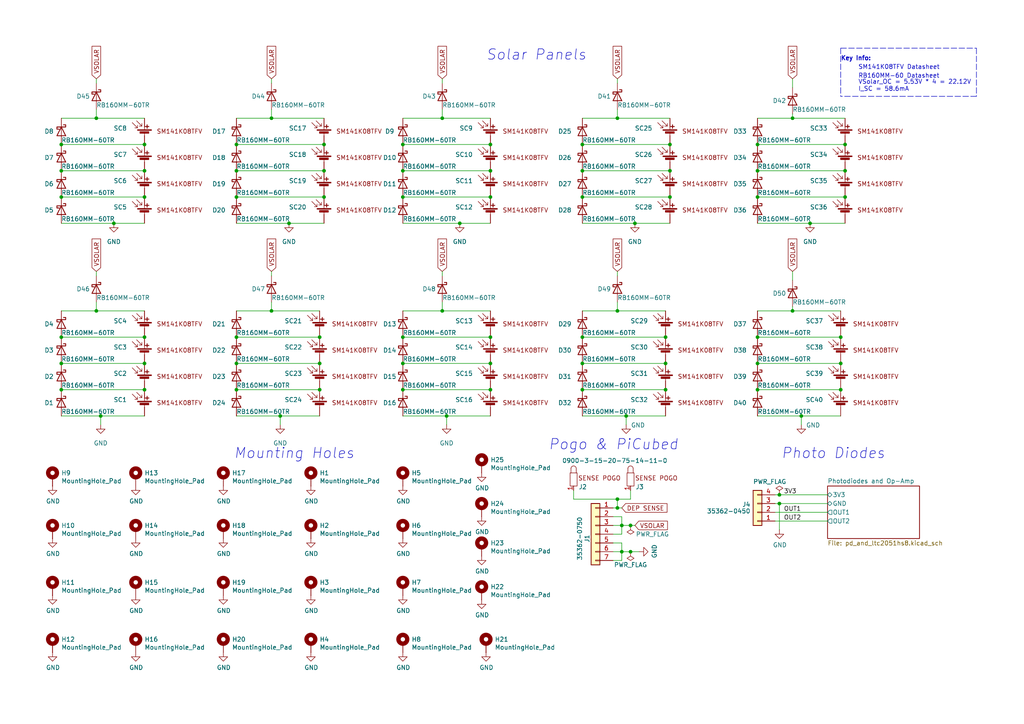
<source format=kicad_sch>
(kicad_sch (version 20250114) (generator "eeschema") (generator_version "9.0")
  (paper "A4")
  (title_block (title "Flex Deploy Side Panels") (date "2025-04-05") (rev "3.2") (company "Stanford Student Space Initiative") (comment 1 "Jacob Mukobi, Spencer Wallace with minor edits by Hunter Liu"))
  (text "Solar Panels" (at 170.18 17.78 0) (effects (font (size 3 3) (italic yes)) (justify right bottom)))
  (text "RB160MM-60 Datasheet" (at 248.92 22.86 0) (effects (font (size 1.27 1.27)) (justify left bottom)))
  (text "Pogo & PiCubed" (at 196.85 130.81 0) (effects (font (size 3 3) (italic yes)) (justify right bottom)))
  (text "VSolar_OC = 5.53V * 4 = 22.12V\nI_SC = 58.6mA" (at 248.92 26.67 0) (effects (font (size 1.27 1.27)) (justify left bottom)))
  (text "Key Info:" (at 243.84 17.78 0) (effects (font (size 1.27 1.27) (bold yes)) (justify left bottom)))
  (text "SM141K08TFV Datasheet" (at 248.92 20.32 0) (effects (font (size 1.27 1.27)) (justify left bottom)))
  (text "Mounting Holes" (at 102.87 133.35 0) (effects (font (size 3 3) (italic yes)) (justify right bottom)))
  (text "Photo Diodes " (at 259.08 133.35 0) (effects (font (size 3 3) (italic yes)) (justify right bottom)))
  (junction (at 179.07 34.29))
  (junction (at 219.71 97.79))
  (junction (at 17.78 41.91))
  (junction (at 68.58 57.15))
  (junction (at 229.87 34.29))
  (junction (at 41.91 97.79))
  (junction (at 245.11 41.91))
  (junction (at 243.84 113.03))
  (junction (at 68.58 105.41))
  (junction (at 92.71 105.41))
  (junction (at 168.91 49.53))
  (junction (at 17.78 49.53))
  (junction (at 68.58 49.53))
  (junction (at 142.24 57.15))
  (junction (at 116.84 41.91))
  (junction (at 142.24 41.91))
  (junction (at 232.41 120.65))
  (junction (at 33.02 64.77))
  (junction (at 142.24 97.79))
  (junction (at 245.11 57.15))
  (junction (at 179.07 90.17))
  (junction (at 226.06 146.05))
  (junction (at 68.58 41.91))
  (junction (at 41.91 105.41))
  (junction (at 182.88 152.4))
  (junction (at 17.78 57.15))
  (junction (at 92.71 113.03))
  (junction (at 179.07 144.78))
  (junction (at 78.74 90.17))
  (junction (at 116.84 97.79))
  (junction (at 93.98 49.53))
  (junction (at 68.58 113.03))
  (junction (at 168.91 105.41))
  (junction (at 116.84 49.53))
  (junction (at 168.91 113.03))
  (junction (at 27.94 90.17))
  (junction (at 29.21 120.65))
  (junction (at 17.78 105.41))
  (junction (at 219.71 113.03))
  (junction (at 193.04 105.41))
  (junction (at 129.54 120.65))
  (junction (at 179.07 147.32))
  (junction (at 219.71 41.91))
  (junction (at 229.87 90.17))
  (junction (at 128.27 34.29))
  (junction (at 93.98 41.91))
  (junction (at 182.88 160.02))
  (junction (at 219.71 57.15))
  (junction (at 41.91 113.03))
  (junction (at 180.34 160.02))
  (junction (at 81.28 120.65))
  (junction (at 142.24 49.53))
  (junction (at 168.91 57.15))
  (junction (at 41.91 49.53))
  (junction (at 219.71 105.41))
  (junction (at 181.61 120.65))
  (junction (at 194.31 57.15))
  (junction (at 68.58 97.79))
  (junction (at 17.78 97.79))
  (junction (at 93.98 57.15))
  (junction (at 219.71 49.53))
  (junction (at 226.06 143.51))
  (junction (at 78.74 34.29))
  (junction (at 17.78 113.03))
  (junction (at 243.84 97.79))
  (junction (at 41.91 41.91))
  (junction (at 193.04 97.79))
  (junction (at 193.04 113.03))
  (junction (at 142.24 105.41))
  (junction (at 133.35 64.77))
  (junction (at 116.84 105.41))
  (junction (at 194.31 49.53))
  (junction (at 168.91 41.91))
  (junction (at 92.71 97.79))
  (junction (at 27.94 34.29))
  (junction (at 194.31 41.91))
  (junction (at 184.15 64.77))
  (junction (at 168.91 97.79))
  (junction (at 83.82 64.77))
  (junction (at 41.91 57.15))
  (junction (at 180.34 152.4))
  (junction (at 243.84 105.41))
  (junction (at 234.95 64.77))
  (junction (at 128.27 90.17))
  (junction (at 116.84 113.03))
  (junction (at 245.11 49.53))
  (junction (at 116.84 57.15))
  (junction (at 142.24 113.03))
  (wire (pts (xy 224.79 148.59) (xy 240.03 148.59)))
  (wire (pts (xy 168.91 57.15) (xy 194.31 57.15)))
  (wire (pts (xy 17.78 49.53) (xy 41.91 49.53)))
  (wire (pts (xy 229.87 88.9) (xy 229.87 90.17)))
  (wire (pts (xy 180.34 157.48) (xy 180.34 160.02)))
  (wire (pts (xy 168.91 49.53) (xy 194.31 49.53)))
  (wire (pts (xy 184.15 64.77) (xy 194.31 64.77)))
  (wire (pts (xy 229.87 90.17) (xy 243.84 90.17)))
  (wire (pts (xy 219.71 90.17) (xy 229.87 90.17)))
  (wire (pts (xy 177.8 160.02) (xy 180.34 160.02)))
  (wire (pts (xy 78.74 34.29) (xy 93.98 34.29)))
  (wire (pts (xy 177.8 157.48) (xy 180.34 157.48)))
  (wire (pts (xy 180.34 160.02) (xy 180.34 162.56)))
  (wire (pts (xy 128.27 22.86) (xy 128.27 24.13)))
  (wire (pts (xy 179.07 22.86) (xy 179.07 24.13)))
  (wire (pts (xy 182.88 152.4) (xy 184.15 152.4)))
  (wire (pts (xy 33.02 64.77) (xy 41.91 64.77)))
  (wire (pts (xy 180.34 152.4) (xy 177.8 152.4)))
  (wire (pts (xy 128.27 34.29) (xy 142.24 34.29)))
  (wire (pts (xy 180.34 152.4) (xy 182.88 152.4)))
  (wire (pts (xy 232.41 123.19) (xy 232.41 120.65)))
  (wire (pts (xy 168.91 64.77) (xy 184.15 64.77)))
  (wire (pts (xy 219.71 64.77) (xy 234.95 64.77)))
  (wire (pts (xy 68.58 64.77) (xy 83.82 64.77)))
  (wire (pts (xy 168.91 120.65) (xy 181.61 120.65)))
  (wire (pts (xy 116.84 105.41) (xy 142.24 105.41)))
  (polyline (pts (xy 243.84 13.97) (xy 243.84 27.94)) (stroke (width 0) (type dash)))
  (wire (pts (xy 116.84 64.77) (xy 133.35 64.77)))
  (wire (pts (xy 68.58 97.79) (xy 92.71 97.79)))
  (wire (pts (xy 128.27 90.17) (xy 142.24 90.17)))
  (wire (pts (xy 182.88 142.24) (xy 182.88 144.78)))
  (wire (pts (xy 68.58 120.65) (xy 81.28 120.65)))
  (wire (pts (xy 78.74 87.63) (xy 78.74 90.17)))
  (wire (pts (xy 133.35 64.77) (xy 142.24 64.77)))
  (wire (pts (xy 116.84 41.91) (xy 142.24 41.91)))
  (wire (pts (xy 219.71 120.65) (xy 232.41 120.65)))
  (wire (pts (xy 27.94 31.75) (xy 27.94 34.29)))
  (wire (pts (xy 179.07 144.78) (xy 179.07 147.32)))
  (wire (pts (xy 128.27 87.63) (xy 128.27 90.17)))
  (wire (pts (xy 17.78 64.77) (xy 33.02 64.77)))
  (wire (pts (xy 180.34 160.02) (xy 182.88 160.02)))
  (wire (pts (xy 68.58 41.91) (xy 93.98 41.91)))
  (wire (pts (xy 129.54 120.65) (xy 142.24 120.65)))
  (wire (pts (xy 179.07 90.17) (xy 193.04 90.17)))
  (wire (pts (xy 17.78 97.79) (xy 41.91 97.79)))
  (wire (pts (xy 179.07 144.78) (xy 182.88 144.78)))
  (wire (pts (xy 29.21 120.65) (xy 41.91 120.65)))
  (wire (pts (xy 116.84 49.53) (xy 142.24 49.53)))
  (wire (pts (xy 128.27 78.74) (xy 128.27 80.01)))
  (wire (pts (xy 177.8 147.32) (xy 179.07 147.32)))
  (polyline (pts (xy 283.21 27.94) (xy 243.84 27.94)) (stroke (width 0) (type dash)))
  (wire (pts (xy 68.58 90.17) (xy 78.74 90.17)))
  (wire (pts (xy 27.94 90.17) (xy 41.91 90.17)))
  (wire (pts (xy 27.94 22.86) (xy 27.94 24.13)))
  (wire (pts (xy 219.71 97.79) (xy 243.84 97.79)))
  (wire (pts (xy 180.34 154.94) (xy 180.34 152.4)))
  (wire (pts (xy 116.84 120.65) (xy 129.54 120.65)))
  (wire (pts (xy 182.88 160.02) (xy 185.42 160.02)))
  (wire (pts (xy 181.61 123.19) (xy 181.61 120.65)))
  (wire (pts (xy 17.78 57.15) (xy 41.91 57.15)))
  (wire (pts (xy 179.07 31.75) (xy 179.07 34.29)))
  (wire (pts (xy 229.87 78.74) (xy 229.87 81.28)))
  (wire (pts (xy 68.58 105.41) (xy 92.71 105.41)))
  (wire (pts (xy 168.91 41.91) (xy 194.31 41.91)))
  (wire (pts (xy 226.06 143.51) (xy 224.79 143.51)))
  (wire (pts (xy 219.71 113.03) (xy 243.84 113.03)))
  (wire (pts (xy 219.71 57.15) (xy 245.11 57.15)))
  (wire (pts (xy 81.28 120.65) (xy 92.71 120.65)))
  (wire (pts (xy 116.84 34.29) (xy 128.27 34.29)))
  (wire (pts (xy 17.78 120.65) (xy 29.21 120.65)))
  (wire (pts (xy 219.71 49.53) (xy 245.11 49.53)))
  (wire (pts (xy 168.91 105.41) (xy 193.04 105.41)))
  (wire (pts (xy 78.74 22.86) (xy 78.74 24.13)))
  (wire (pts (xy 17.78 34.29) (xy 27.94 34.29)))
  (wire (pts (xy 168.91 90.17) (xy 179.07 90.17)))
  (wire (pts (xy 229.87 34.29) (xy 245.11 34.29)))
  (wire (pts (xy 224.79 146.05) (xy 226.06 146.05)))
  (wire (pts (xy 29.21 123.19) (xy 29.21 120.65)))
  (wire (pts (xy 180.34 149.86) (xy 180.34 152.4)))
  (wire (pts (xy 177.8 154.94) (xy 180.34 154.94)))
  (wire (pts (xy 116.84 57.15) (xy 142.24 57.15)))
  (wire (pts (xy 81.28 123.19) (xy 81.28 120.65)))
  (wire (pts (xy 116.84 90.17) (xy 128.27 90.17)))
  (wire (pts (xy 17.78 113.03) (xy 41.91 113.03)))
  (wire (pts (xy 17.78 90.17) (xy 27.94 90.17)))
  (wire (pts (xy 179.07 78.74) (xy 179.07 80.01)))
  (wire (pts (xy 229.87 22.86) (xy 229.87 25.4)))
  (wire (pts (xy 17.78 41.91) (xy 41.91 41.91)))
  (wire (pts (xy 78.74 90.17) (xy 92.71 90.17)))
  (wire (pts (xy 232.41 120.65) (xy 243.84 120.65)))
  (wire (pts (xy 226.06 146.05) (xy 240.03 146.05)))
  (wire (pts (xy 179.07 87.63) (xy 179.07 90.17)))
  (wire (pts (xy 27.94 87.63) (xy 27.94 90.17)))
  (wire (pts (xy 27.94 78.74) (xy 27.94 80.01)))
  (wire (pts (xy 234.95 64.77) (xy 245.11 64.77)))
  (wire (pts (xy 68.58 34.29) (xy 78.74 34.29)))
  (wire (pts (xy 116.84 113.03) (xy 142.24 113.03)))
  (wire (pts (xy 226.06 143.51) (xy 240.03 143.51)))
  (wire (pts (xy 78.74 78.74) (xy 78.74 80.01)))
  (wire (pts (xy 219.71 105.41) (xy 243.84 105.41)))
  (wire (pts (xy 68.58 49.53) (xy 93.98 49.53)))
  (polyline (pts (xy 283.21 13.97) (xy 283.21 27.94)) (stroke (width 0) (type dash)))
  (wire (pts (xy 17.78 105.41) (xy 41.91 105.41)))
  (wire (pts (xy 177.8 162.56) (xy 180.34 162.56)))
  (wire (pts (xy 116.84 97.79) (xy 142.24 97.79)))
  (wire (pts (xy 166.37 142.24) (xy 166.37 144.78)))
  (wire (pts (xy 83.82 64.77) (xy 93.98 64.77)))
  (wire (pts (xy 181.61 120.65) (xy 193.04 120.65)))
  (wire (pts (xy 226.06 146.05) (xy 226.06 153.67)))
  (polyline (pts (xy 243.84 13.97) (xy 283.21 13.97)) (stroke (width 0) (type dash)))
  (wire (pts (xy 219.71 41.91) (xy 245.11 41.91)))
  (wire (pts (xy 68.58 113.03) (xy 92.71 113.03)))
  (wire (pts (xy 168.91 34.29) (xy 179.07 34.29)))
  (wire (pts (xy 78.74 31.75) (xy 78.74 34.29)))
  (wire (pts (xy 68.58 57.15) (xy 93.98 57.15)))
  (wire (pts (xy 128.27 31.75) (xy 128.27 34.29)))
  (wire (pts (xy 27.94 34.29) (xy 41.91 34.29)))
  (wire (pts (xy 219.71 34.29) (xy 229.87 34.29)))
  (wire (pts (xy 179.07 34.29) (xy 194.31 34.29)))
  (wire (pts (xy 168.91 97.79) (xy 193.04 97.79)))
  (wire (pts (xy 177.8 149.86) (xy 180.34 149.86)))
  (wire (pts (xy 224.79 151.13) (xy 240.03 151.13)))
  (wire (pts (xy 166.37 144.78) (xy 179.07 144.78)))
  (wire (pts (xy 179.07 147.32) (xy 180.34 147.32)))
  (wire (pts (xy 129.54 123.19) (xy 129.54 120.65)))
  (wire (pts (xy 168.91 113.03) (xy 193.04 113.03)))
  (wire (pts (xy 229.87 33.02) (xy 229.87 34.29)))
  (label "OUT2" (at 227.33 151.13 0))
  (label "OUT1" (at 227.33 148.59 0))
  (label "3V3" (at 227.33 143.51 0))
  (global_label "VSOLAR" (shape input) (at 179.07 22.86 90) (property "Intersheetrefs" "${INTERSHEET_REFS}" (effects (hide yes))))
  (global_label "VSOLAR" (shape input) (at 229.87 22.86 90) (property "Intersheetrefs" "${INTERSHEET_REFS}" (effects (hide yes))))
  (global_label "VSOLAR" (shape input) (at 179.07 78.74 90) (property "Intersheetrefs" "${INTERSHEET_REFS}" (effects (hide yes))))
  (global_label "VSOLAR" (shape input) (at 27.94 78.74 90) (property "Intersheetrefs" "${INTERSHEET_REFS}" (effects (hide yes))))
  (global_label "VSOLAR" (shape input) (at 229.87 78.74 90) (property "Intersheetrefs" "${INTERSHEET_REFS}" (effects (hide yes))))
  (global_label "VSOLAR" (shape input) (at 27.94 22.86 90) (property "Intersheetrefs" "${INTERSHEET_REFS}" (effects (hide yes))))
  (global_label "VSOLAR" (shape input) (at 78.74 22.86 90) (property "Intersheetrefs" "${INTERSHEET_REFS}" (effects (hide yes))))
  (global_label "DEP SENSE" (shape input) (at 180.34 147.32 0) (property "Intersheetrefs" "${INTERSHEET_REFS}" (effects (hide yes))))
  (global_label "VSOLAR" (shape input) (at 184.15 152.4 0) (property "Intersheetrefs" "${INTERSHEET_REFS}" (effects (hide yes))))
  (global_label "VSOLAR" (shape input) (at 78.74 78.74 90) (property "Intersheetrefs" "${INTERSHEET_REFS}" (effects (hide yes))))
  (global_label "VSOLAR" (shape input) (at 128.27 78.74 90) (property "Intersheetrefs" "${INTERSHEET_REFS}" (effects (hide yes))))
  (global_label "VSOLAR" (shape input) (at 128.27 22.86 90) (property "Intersheetrefs" "${INTERSHEET_REFS}" (effects (hide yes))))
  (symbol (lib_id "power:GND") (at 133.35 64.77 0) (unit 1)
    (property "Reference" "#PWR030" (effects (hide yes)))
    (property "Value" "GND" (at 133.35 70.104 0))
  )
  (symbol (lib_id "ssi_diode:RB160MM-60TR") (at 17.78 101.6 270) (unit 1)
    (property "Reference" "D3" (at 14.224 101.6 90))
    (property "Value" "RB160MM-60TR" (at 17.78 104.14 90) (effects (justify left)))
    (property "Footprint" "ssi_diode:RB160MM60TR" (effects (hide yes)))
    (property "Datasheet" "https://fscdn.rohm.com/en/products/databook/datasheet/discrete/diode/schottky_barrier/rb160mm-60tr-e.pdf" (effects (hide yes)))
    (property "Description" "60V, 1A, SOD-123FL, Schottky Barrier Diode" (effects (hide yes)))
    (property "Height" "0.9" (effects (hide yes)))
    (property "Mouser Part Number" "755-RB160MM-60TR" (effects (hide yes)))
    (property "Mouser Price/Stock" "https://www.mouser.co.uk/ProductDetail/ROHM-Semiconductor/RB160MM-60TR?qs=pXoXL5qUNJ3Bm2ZxXNlFNw%3D%3D" (effects (hide yes)))
    (property "Manufacturer_Name" "ROHM Semiconductor" (effects (hide yes)))
    (property "Manufacturer_Part_Number" "RB160MM-60TR" (effects (hide yes)))
  )
  (symbol (lib_id "ssi_diode:RB160MM-60TR") (at 17.78 53.34 270) (unit 1)
    (property "Reference" "D6" (at 14.224 53.34 90))
    (property "Value" "RB160MM-60TR" (at 17.78 55.88 90) (effects (justify left)))
    (property "Footprint" "ssi_diode:RB160MM60TR" (effects (hide yes)))
    (property "Datasheet" "https://fscdn.rohm.com/en/products/databook/datasheet/discrete/diode/schottky_barrier/rb160mm-60tr-e.pdf" (effects (hide yes)))
    (property "Description" "60V, 1A, SOD-123FL, Schottky Barrier Diode" (effects (hide yes)))
    (property "Height" "0.9" (effects (hide yes)))
    (property "Mouser Part Number" "755-RB160MM-60TR" (effects (hide yes)))
    (property "Mouser Price/Stock" "https://www.mouser.co.uk/ProductDetail/ROHM-Semiconductor/RB160MM-60TR?qs=pXoXL5qUNJ3Bm2ZxXNlFNw%3D%3D" (effects (hide yes)))
    (property "Manufacturer_Name" "ROHM Semiconductor" (effects (hide yes)))
    (property "Manufacturer_Part_Number" "RB160MM-60TR" (effects (hide yes)))
  )
  (symbol (lib_id "ssi_diode:RB160MM-60TR") (at 78.74 27.94 270) (unit 1)
    (property "Reference" "D44" (at 74.93 27.94 90))
    (property "Value" "RB160MM-60TR" (at 78.74 30.48 90) (effects (justify left)))
    (property "Footprint" "ssi_diode:RB160MM60TR" (effects (hide yes)))
    (property "Datasheet" "https://fscdn.rohm.com/en/products/databook/datasheet/discrete/diode/schottky_barrier/rb160mm-60tr-e.pdf" (effects (hide yes)))
    (property "Description" "60V, 1A, SOD-123FL, Schottky Barrier Diode" (effects (hide yes)))
    (property "Height" "0.9" (effects (hide yes)))
    (property "Mouser Part Number" "755-RB160MM-60TR" (effects (hide yes)))
    (property "Mouser Price/Stock" "https://www.mouser.co.uk/ProductDetail/ROHM-Semiconductor/RB160MM-60TR?qs=pXoXL5qUNJ3Bm2ZxXNlFNw%3D%3D" (effects (hide yes)))
    (property "Manufacturer_Name" "ROHM Semiconductor" (effects (hide yes)))
    (property "Manufacturer_Part_Number" "RB160MM-60TR" (effects (hide yes)))
  )
  (symbol (lib_id "Mechanical:MountingHole_Pad") (at 15.24 153.67 0) (unit 1) (exclude_from_sim yes) (in_bom no)
    (property "Reference" "H10" (at 17.78 152.4254 0) (effects (justify left)))
    (property "Value" "MountingHole_Pad" (at 17.78 154.7368 0) (effects (justify left)))
    (property "Footprint" "MountingHole:MountingHole_2.2mm_M2_DIN965_Pad_TopBottom" (effects (hide yes)))
  )
  (symbol (lib_id "power:GND") (at 232.41 123.19 0) (unit 1)
    (property "Reference" "#PWR026" (effects (hide yes)))
    (property "Value" "GND" (at 235.839 123.317 0))
  )
  (symbol (lib_id "ssi_diode:RB160MM-60TR") (at 68.58 38.1 270) (unit 1)
    (property "Reference" "D17" (at 63.5 38.1 90))
    (property "Value" "RB160MM-60TR" (at 68.58 40.64 90) (effects (justify left)))
    (property "Footprint" "ssi_diode:RB160MM60TR" (effects (hide yes)))
    (property "Datasheet" "https://fscdn.rohm.com/en/products/databook/datasheet/discrete/diode/schottky_barrier/rb160mm-60tr-e.pdf" (effects (hide yes)))
    (property "Description" "60V, 1A, SOD-123FL, Schottky Barrier Diode" (effects (hide yes)))
    (property "Height" "0.9" (effects (hide yes)))
    (property "Mouser Part Number" "755-RB160MM-60TR" (effects (hide yes)))
    (property "Mouser Price/Stock" "https://www.mouser.co.uk/ProductDetail/ROHM-Semiconductor/RB160MM-60TR?qs=pXoXL5qUNJ3Bm2ZxXNlFNw%3D%3D" (effects (hide yes)))
    (property "Manufacturer_Name" "ROHM Semiconductor" (effects (hide yes)))
    (property "Manufacturer_Part_Number" "RB160MM-60TR" (effects (hide yes)))
  )
  (symbol (lib_id "ssi_solarcell:SM141K08TFV") (at 86.36 116.84 0) (unit 1)
    (property "Reference" "SC24" (at 87.63 115.951 0) (effects (justify right)))
    (property "Value" "SM141K08TFV" (effects (hide yes)))
    (property "Footprint" "ssi_solarcell:SM141K08TFV" (effects (hide yes)))
    (property "Datasheet" "https://waf-e.dubudisk.com/anysolar.dubuplus.com/techsupport@anysolar.biz/O18BEt3/DubuDisk/www/Gen3/SM141K08TFV%20DATA%20SHEET%20202105.pdf" (effects (hide yes)))
  )
  (symbol (lib_id "ssi_diode:RB160MM-60TR") (at 116.84 53.34 270) (unit 1)
    (property "Reference" "D11" (at 113.03 53.34 90))
    (property "Value" "RB160MM-60TR" (at 116.84 55.88 90) (effects (justify left)))
    (property "Footprint" "ssi_diode:RB160MM60TR" (effects (hide yes)))
    (property "Datasheet" "https://fscdn.rohm.com/en/products/databook/datasheet/discrete/diode/schottky_barrier/rb160mm-60tr-e.pdf" (effects (hide yes)))
    (property "Description" "60V, 1A, SOD-123FL, Schottky Barrier Diode" (effects (hide yes)))
    (property "Height" "0.9" (effects (hide yes)))
    (property "Mouser Part Number" "755-RB160MM-60TR" (effects (hide yes)))
    (property "Mouser Price/Stock" "https://www.mouser.co.uk/ProductDetail/ROHM-Semiconductor/RB160MM-60TR?qs=pXoXL5qUNJ3Bm2ZxXNlFNw%3D%3D" (effects (hide yes)))
    (property "Manufacturer_Name" "ROHM Semiconductor" (effects (hide yes)))
    (property "Manufacturer_Part_Number" "RB160MM-60TR" (effects (hide yes)))
  )
  (symbol (lib_id "power:GND") (at 33.02 64.77 0) (unit 1)
    (property "Reference" "#PWR023" (effects (hide yes)))
    (property "Value" "GND" (at 33.02 70.104 0))
  )
  (symbol (lib_id "ssi_diode:RB160MM-60TR") (at 168.91 38.1 270) (unit 1)
    (property "Reference" "D25" (at 163.83 38.1 90))
    (property "Value" "RB160MM-60TR" (at 168.91 40.64 90) (effects (justify left)))
    (property "Footprint" "ssi_diode:RB160MM60TR" (effects (hide yes)))
    (property "Datasheet" "https://fscdn.rohm.com/en/products/databook/datasheet/discrete/diode/schottky_barrier/rb160mm-60tr-e.pdf" (effects (hide yes)))
    (property "Description" "60V, 1A, SOD-123FL, Schottky Barrier Diode" (effects (hide yes)))
    (property "Height" "0.9" (effects (hide yes)))
    (property "Mouser Part Number" "755-RB160MM-60TR" (effects (hide yes)))
    (property "Mouser Price/Stock" "https://www.mouser.co.uk/ProductDetail/ROHM-Semiconductor/RB160MM-60TR?qs=pXoXL5qUNJ3Bm2ZxXNlFNw%3D%3D" (effects (hide yes)))
    (property "Manufacturer_Name" "ROHM Semiconductor" (effects (hide yes)))
    (property "Manufacturer_Part_Number" "RB160MM-60TR" (effects (hide yes)))
  )
  (symbol (lib_id "ssi_diode:RB160MM-60TR") (at 17.78 38.1 270) (unit 1)
    (property "Reference" "D8" (at 14.224 38.1 90))
    (property "Value" "RB160MM-60TR" (at 17.78 40.64 90) (effects (justify left)))
    (property "Footprint" "ssi_diode:RB160MM60TR" (effects (hide yes)))
    (property "Datasheet" "https://fscdn.rohm.com/en/products/databook/datasheet/discrete/diode/schottky_barrier/rb160mm-60tr-e.pdf" (effects (hide yes)))
    (property "Description" "60V, 1A, SOD-123FL, Schottky Barrier Diode" (effects (hide yes)))
    (property "Height" "0.9" (effects (hide yes)))
    (property "Mouser Part Number" "755-RB160MM-60TR" (effects (hide yes)))
    (property "Mouser Price/Stock" "https://www.mouser.co.uk/ProductDetail/ROHM-Semiconductor/RB160MM-60TR?qs=pXoXL5qUNJ3Bm2ZxXNlFNw%3D%3D" (effects (hide yes)))
    (property "Manufacturer_Name" "ROHM Semiconductor" (effects (hide yes)))
    (property "Manufacturer_Part_Number" "RB160MM-60TR" (effects (hide yes)))
  )
  (symbol (lib_id "Mechanical:MountingHole_Pad") (at 139.7 171.45 0) (unit 1) (exclude_from_sim yes) (in_bom no)
    (property "Reference" "H22" (at 142.24 170.2054 0) (effects (justify left)))
    (property "Value" "MountingHole_Pad" (at 142.24 172.5168 0) (effects (justify left)))
    (property "Footprint" "MountingHole:MountingHole_2.2mm_M2_DIN965_Pad_TopBottom" (effects (hide yes)))
  )
  (symbol (lib_id "power:GND") (at 139.7 161.29 0) (unit 1)
    (property "Reference" "#PWR034" (effects (hide yes)))
    (property "Value" "GND" (at 139.827 165.6842 0))
  )
  (symbol (lib_id "Mechanical:MountingHole_Pad") (at 64.77 170.18 0) (unit 1) (exclude_from_sim yes) (in_bom no)
    (property "Reference" "H19" (at 67.31 168.9354 0) (effects (justify left)))
    (property "Value" "MountingHole_Pad" (at 67.31 171.2468 0) (effects (justify left)))
    (property "Footprint" "MountingHole:MountingHole_2.2mm_M2_DIN965_Pad_TopBottom" (effects (hide yes)))
  )
  (symbol (lib_id "Mechanical:MountingHole_Pad") (at 139.7 147.32 0) (unit 1) (exclude_from_sim yes) (in_bom no)
    (property "Reference" "H24" (at 142.24 146.0754 0) (effects (justify left)))
    (property "Value" "MountingHole_Pad" (at 142.24 148.3868 0) (effects (justify left)))
    (property "Footprint" "MountingHole:MountingHole_2.2mm_M2_DIN965_Pad_TopBottom" (effects (hide yes)))
  )
  (symbol (lib_id "ssi_diode:RB160MM-60TR") (at 68.58 101.6 270) (unit 1)
    (property "Reference" "D22" (at 63.5 101.6 90))
    (property "Value" "RB160MM-60TR" (at 68.58 104.14 90) (effects (justify left)))
    (property "Footprint" "ssi_diode:RB160MM60TR" (effects (hide yes)))
    (property "Datasheet" "https://fscdn.rohm.com/en/products/databook/datasheet/discrete/diode/schottky_barrier/rb160mm-60tr-e.pdf" (effects (hide yes)))
    (property "Description" "60V, 1A, SOD-123FL, Schottky Barrier Diode" (effects (hide yes)))
    (property "Height" "0.9" (effects (hide yes)))
    (property "Mouser Part Number" "755-RB160MM-60TR" (effects (hide yes)))
    (property "Mouser Price/Stock" "https://www.mouser.co.uk/ProductDetail/ROHM-Semiconductor/RB160MM-60TR?qs=pXoXL5qUNJ3Bm2ZxXNlFNw%3D%3D" (effects (hide yes)))
    (property "Manufacturer_Name" "ROHM Semiconductor" (effects (hide yes)))
    (property "Manufacturer_Part_Number" "RB160MM-60TR" (effects (hide yes)))
  )
  (symbol (lib_id "Mechanical:MountingHole_Pad") (at 15.24 170.18 0) (unit 1) (exclude_from_sim yes) (in_bom no)
    (property "Reference" "H11" (at 17.78 168.9354 0) (effects (justify left)))
    (property "Value" "MountingHole_Pad" (at 17.78 171.2468 0) (effects (justify left)))
    (property "Footprint" "MountingHole:MountingHole_2.2mm_M2_DIN965_Pad_TopBottom" (effects (hide yes)))
  )
  (symbol (lib_id "ssi_diode:RB160MM-60TR") (at 219.71 60.96 270) (unit 1)
    (property "Reference" "D36" (at 214.63 60.96 90))
    (property "Value" "RB160MM-60TR" (at 219.71 63.5 90) (effects (justify left)))
    (property "Footprint" "ssi_diode:RB160MM60TR" (effects (hide yes)))
    (property "Datasheet" "https://fscdn.rohm.com/en/products/databook/datasheet/discrete/diode/schottky_barrier/rb160mm-60tr-e.pdf" (effects (hide yes)))
    (property "Description" "60V, 1A, SOD-123FL, Schottky Barrier Diode" (effects (hide yes)))
    (property "Height" "0.9" (effects (hide yes)))
    (property "Mouser Part Number" "755-RB160MM-60TR" (effects (hide yes)))
    (property "Mouser Price/Stock" "https://www.mouser.co.uk/ProductDetail/ROHM-Semiconductor/RB160MM-60TR?qs=pXoXL5qUNJ3Bm2ZxXNlFNw%3D%3D" (effects (hide yes)))
    (property "Manufacturer_Name" "ROHM Semiconductor" (effects (hide yes)))
    (property "Manufacturer_Part_Number" "RB160MM-60TR" (effects (hide yes)))
  )
  (symbol (lib_id "ssi_diode:RB160MM-60TR") (at 128.27 83.82 270) (unit 1)
    (property "Reference" "D48" (at 124.46 83.82 90))
    (property "Value" "RB160MM-60TR" (at 128.27 86.36 90) (effects (justify left)))
    (property "Footprint" "ssi_diode:RB160MM60TR" (effects (hide yes)))
    (property "Datasheet" "https://fscdn.rohm.com/en/products/databook/datasheet/discrete/diode/schottky_barrier/rb160mm-60tr-e.pdf" (effects (hide yes)))
    (property "Description" "60V, 1A, SOD-123FL, Schottky Barrier Diode" (effects (hide yes)))
    (property "Height" "0.9" (effects (hide yes)))
    (property "Mouser Part Number" "755-RB160MM-60TR" (effects (hide yes)))
    (property "Mouser Price/Stock" "https://www.mouser.co.uk/ProductDetail/ROHM-Semiconductor/RB160MM-60TR?qs=pXoXL5qUNJ3Bm2ZxXNlFNw%3D%3D" (effects (hide yes)))
    (property "Manufacturer_Name" "ROHM Semiconductor" (effects (hide yes)))
    (property "Manufacturer_Part_Number" "RB160MM-60TR" (effects (hide yes)))
  )
  (symbol (lib_id "ssi_solarcell:SM141K08TFV") (at 135.89 109.22 0) (unit 1)
    (property "Reference" "SC15" (at 137.16 108.331 0) (effects (justify right)))
    (property "Value" "SM141K08TFV" (effects (hide yes)))
    (property "Footprint" "ssi_solarcell:SM141K08TFV" (effects (hide yes)))
    (property "Datasheet" "https://waf-e.dubudisk.com/anysolar.dubuplus.com/techsupport@anysolar.biz/O18BEt3/DubuDisk/www/Gen3/SM141K08TFV%20DATA%20SHEET%20202105.pdf" (effects (hide yes)))
  )
  (symbol (lib_id "Mechanical:MountingHole_Pad") (at 116.84 153.67 0) (unit 1) (exclude_from_sim yes) (in_bom no)
    (property "Reference" "H6" (at 119.38 152.4254 0) (effects (justify left)))
    (property "Value" "MountingHole_Pad" (at 119.38 154.7368 0) (effects (justify left)))
    (property "Footprint" "MountingHole:MountingHole_2.2mm_M2_DIN965_Pad_TopBottom" (effects (hide yes)))
  )
  (symbol (lib_id "ssi_solarcell:SM141K08TFV") (at 87.63 38.1 0) (unit 1)
    (property "Reference" "SC17" (at 88.9 37.211 0) (effects (justify right)))
    (property "Value" "SM141K08TFV" (effects (hide yes)))
    (property "Footprint" "ssi_solarcell:SM141K08TFV" (effects (hide yes)))
    (property "Datasheet" "https://waf-e.dubudisk.com/anysolar.dubuplus.com/techsupport@anysolar.biz/O18BEt3/DubuDisk/www/Gen3/SM141K08TFV%20DATA%20SHEET%20202105.pdf" (effects (hide yes)))
  )
  (symbol (lib_id "ssi_diode:RB160MM-60TR") (at 219.71 45.72 270) (unit 1)
    (property "Reference" "D34" (at 214.63 45.72 90))
    (property "Value" "RB160MM-60TR" (at 219.71 48.26 90) (effects (justify left)))
    (property "Footprint" "ssi_diode:RB160MM60TR" (effects (hide yes)))
    (property "Datasheet" "https://fscdn.rohm.com/en/products/databook/datasheet/discrete/diode/schottky_barrier/rb160mm-60tr-e.pdf" (effects (hide yes)))
    (property "Description" "60V, 1A, SOD-123FL, Schottky Barrier Diode" (effects (hide yes)))
    (property "Height" "0.9" (effects (hide yes)))
    (property "Mouser Part Number" "755-RB160MM-60TR" (effects (hide yes)))
    (property "Mouser Price/Stock" "https://www.mouser.co.uk/ProductDetail/ROHM-Semiconductor/RB160MM-60TR?qs=pXoXL5qUNJ3Bm2ZxXNlFNw%3D%3D" (effects (hide yes)))
    (property "Manufacturer_Name" "ROHM Semiconductor" (effects (hide yes)))
    (property "Manufacturer_Part_Number" "RB160MM-60TR" (effects (hide yes)))
  )
  (symbol (lib_id "ssi_diode:RB160MM-60TR") (at 168.91 101.6 270) (unit 1)
    (property "Reference" "D30" (at 163.83 101.6 90))
    (property "Value" "RB160MM-60TR" (at 168.91 104.14 90) (effects (justify left)))
    (property "Footprint" "ssi_diode:RB160MM60TR" (effects (hide yes)))
    (property "Datasheet" "https://fscdn.rohm.com/en/products/databook/datasheet/discrete/diode/schottky_barrier/rb160mm-60tr-e.pdf" (effects (hide yes)))
    (property "Description" "60V, 1A, SOD-123FL, Schottky Barrier Diode" (effects (hide yes)))
    (property "Height" "0.9" (effects (hide yes)))
    (property "Mouser Part Number" "755-RB160MM-60TR" (effects (hide yes)))
    (property "Mouser Price/Stock" "https://www.mouser.co.uk/ProductDetail/ROHM-Semiconductor/RB160MM-60TR?qs=pXoXL5qUNJ3Bm2ZxXNlFNw%3D%3D" (effects (hide yes)))
    (property "Manufacturer_Name" "ROHM Semiconductor" (effects (hide yes)))
    (property "Manufacturer_Part_Number" "RB160MM-60TR" (effects (hide yes)))
  )
  (symbol (lib_id "power:GND") (at 15.24 189.23 0) (unit 1)
    (property "Reference" "#PWR013" (effects (hide yes)))
    (property "Value" "GND" (at 15.367 193.6242 0))
  )
  (symbol (lib_id "power:GND") (at 116.84 156.21 0) (unit 1)
    (property "Reference" "#PWR07" (effects (hide yes)))
    (property "Value" "GND" (at 116.967 160.6042 0))
  )
  (symbol (lib_id "ssi_diode:RB160MM-60TR") (at 27.94 83.82 270) (unit 1)
    (property "Reference" "D46" (at 24.13 83.82 90))
    (property "Value" "RB160MM-60TR" (at 27.94 86.36 90) (effects (justify left)))
    (property "Footprint" "ssi_diode:RB160MM60TR" (effects (hide yes)))
    (property "Datasheet" "https://fscdn.rohm.com/en/products/databook/datasheet/discrete/diode/schottky_barrier/rb160mm-60tr-e.pdf" (effects (hide yes)))
    (property "Description" "60V, 1A, SOD-123FL, Schottky Barrier Diode" (effects (hide yes)))
    (property "Height" "0.9" (effects (hide yes)))
    (property "Mouser Part Number" "755-RB160MM-60TR" (effects (hide yes)))
    (property "Mouser Price/Stock" "https://www.mouser.co.uk/ProductDetail/ROHM-Semiconductor/RB160MM-60TR?qs=pXoXL5qUNJ3Bm2ZxXNlFNw%3D%3D" (effects (hide yes)))
    (property "Manufacturer_Name" "ROHM Semiconductor" (effects (hide yes)))
    (property "Manufacturer_Part_Number" "RB160MM-60TR" (effects (hide yes)))
  )
  (symbol (lib_id "ssi_solarcell:SM141K08TFV") (at 35.56 53.34 0) (unit 1)
    (property "Reference" "SC6" (at 36.83 52.451 0) (effects (justify right)))
    (property "Value" "SM141K08TFV" (effects (hide yes)))
    (property "Footprint" "ssi_solarcell:SM141K08TFV" (effects (hide yes)))
    (property "Datasheet" "https://waf-e.dubudisk.com/anysolar.dubuplus.com/techsupport@anysolar.biz/O18BEt3/DubuDisk/www/Gen3/SM141K08TFV%20DATA%20SHEET%20202105.pdf" (effects (hide yes)))
  )
  (symbol (lib_id "ssi_solarcell:SM141K08TFV") (at 86.36 109.22 0) (unit 1)
    (property "Reference" "SC23" (at 87.63 108.331 0) (effects (justify right)))
    (property "Value" "SM141K08TFV" (effects (hide yes)))
    (property "Footprint" "ssi_solarcell:SM141K08TFV" (effects (hide yes)))
    (property "Datasheet" "https://waf-e.dubudisk.com/anysolar.dubuplus.com/techsupport@anysolar.biz/O18BEt3/DubuDisk/www/Gen3/SM141K08TFV%20DATA%20SHEET%20202105.pdf" (effects (hide yes)))
  )
  (symbol (lib_id "ssi_diode:RB160MM-60TR") (at 116.84 101.6 270) (unit 1)
    (property "Reference" "D14" (at 113.03 101.6 90))
    (property "Value" "RB160MM-60TR" (at 116.84 104.14 90) (effects (justify left)))
    (property "Footprint" "ssi_diode:RB160MM60TR" (effects (hide yes)))
    (property "Datasheet" "https://fscdn.rohm.com/en/products/databook/datasheet/discrete/diode/schottky_barrier/rb160mm-60tr-e.pdf" (effects (hide yes)))
    (property "Description" "60V, 1A, SOD-123FL, Schottky Barrier Diode" (effects (hide yes)))
    (property "Height" "0.9" (effects (hide yes)))
    (property "Mouser Part Number" "755-RB160MM-60TR" (effects (hide yes)))
    (property "Mouser Price/Stock" "https://www.mouser.co.uk/ProductDetail/ROHM-Semiconductor/RB160MM-60TR?qs=pXoXL5qUNJ3Bm2ZxXNlFNw%3D%3D" (effects (hide yes)))
    (property "Manufacturer_Name" "ROHM Semiconductor" (effects (hide yes)))
    (property "Manufacturer_Part_Number" "RB160MM-60TR" (effects (hide yes)))
  )
  (symbol (lib_id "ssi_solarcell:SM141K08TFV") (at 238.76 45.72 0) (unit 1)
    (property "Reference" "SC34" (at 240.03 44.831 0) (effects (justify right)))
    (property "Value" "SM141K08TFV" (effects (hide yes)))
    (property "Footprint" "ssi_solarcell:SM141K08TFV" (effects (hide yes)))
    (property "Datasheet" "https://waf-e.dubudisk.com/anysolar.dubuplus.com/techsupport@anysolar.biz/O18BEt3/DubuDisk/www/Gen3/SM141K08TFV%20DATA%20SHEET%20202105.pdf" (effects (hide yes)))
  )
  (symbol (lib_id "Mechanical:MountingHole_Pad") (at 116.84 170.18 0) (unit 1) (exclude_from_sim yes) (in_bom no)
    (property "Reference" "H7" (at 119.38 168.9354 0) (effects (justify left)))
    (property "Value" "MountingHole_Pad" (at 119.38 171.2468 0) (effects (justify left)))
    (property "Footprint" "MountingHole:MountingHole_2.2mm_M2_DIN965_Pad_TopBottom" (effects (hide yes)))
  )
  (symbol (lib_id "Connector_Generic:Conn_01x07") (at 172.72 154.94 0) (mirror y) (unit 1)
    (property "Reference" "J1" (at 170.2872 156.21 90))
    (property "Value" "35362-0750" (at 168.148 156.21 90))
    (property "Footprint" "ssi_connector:Molex_35362-0750" (effects (hide yes)))
  )
  (symbol (lib_id "ssi_solarcell:SM141K08TFV") (at 237.49 101.6 0) (unit 1)
    (property "Reference" "SC38" (at 238.76 100.711 0) (effects (justify right)))
    (property "Value" "SM141K08TFV" (effects (hide yes)))
    (property "Footprint" "ssi_solarcell:SM141K08TFV" (effects (hide yes)))
    (property "Datasheet" "https://waf-e.dubudisk.com/anysolar.dubuplus.com/techsupport@anysolar.biz/O18BEt3/DubuDisk/www/Gen3/SM141K08TFV%20DATA%20SHEET%20202105.pdf" (effects (hide yes)))
  )
  (symbol (lib_id "power:GND") (at 90.17 140.97 0) (unit 1)
    (property "Reference" "#PWR01" (effects (hide yes)))
    (property "Value" "GND" (at 90.297 145.3642 0))
  )
  (symbol (lib_id "ssi_solarcell:SM141K08TFV") (at 86.36 101.6 0) (unit 1)
    (property "Reference" "SC22" (at 87.63 100.711 0) (effects (justify right)))
    (property "Value" "SM141K08TFV" (effects (hide yes)))
    (property "Footprint" "ssi_solarcell:SM141K08TFV" (effects (hide yes)))
    (property "Datasheet" "https://waf-e.dubudisk.com/anysolar.dubuplus.com/techsupport@anysolar.biz/O18BEt3/DubuDisk/www/Gen3/SM141K08TFV%20DATA%20SHEET%20202105.pdf" (effects (hide yes)))
  )
  (symbol (lib_id "ssi_diode:RB160MM-60TR") (at 128.27 27.94 270) (unit 1)
    (property "Reference" "D43" (at 124.46 27.94 90))
    (property "Value" "RB160MM-60TR" (at 128.27 30.48 90) (effects (justify left)))
    (property "Footprint" "ssi_diode:RB160MM60TR" (effects (hide yes)))
    (property "Datasheet" "https://fscdn.rohm.com/en/products/databook/datasheet/discrete/diode/schottky_barrier/rb160mm-60tr-e.pdf" (effects (hide yes)))
    (property "Description" "60V, 1A, SOD-123FL, Schottky Barrier Diode" (effects (hide yes)))
    (property "Height" "0.9" (effects (hide yes)))
    (property "Mouser Part Number" "755-RB160MM-60TR" (effects (hide yes)))
    (property "Mouser Price/Stock" "https://www.mouser.co.uk/ProductDetail/ROHM-Semiconductor/RB160MM-60TR?qs=pXoXL5qUNJ3Bm2ZxXNlFNw%3D%3D" (effects (hide yes)))
    (property "Manufacturer_Name" "ROHM Semiconductor" (effects (hide yes)))
    (property "Manufacturer_Part_Number" "RB160MM-60TR" (effects (hide yes)))
  )
  (symbol (lib_id "ssi_solarcell:SM141K08TFV") (at 35.56 45.72 0) (unit 1)
    (property "Reference" "SC7" (at 36.83 44.831 0) (effects (justify right)))
    (property "Value" "SM141K08TFV" (effects (hide yes)))
    (property "Footprint" "ssi_solarcell:SM141K08TFV" (effects (hide yes)))
    (property "Datasheet" "https://waf-e.dubudisk.com/anysolar.dubuplus.com/techsupport@anysolar.biz/O18BEt3/DubuDisk/www/Gen3/SM141K08TFV%20DATA%20SHEET%20202105.pdf" (effects (hide yes)))
  )
  (symbol (lib_id "ssi_diode:RB160MM-60TR") (at 116.84 109.22 270) (unit 1)
    (property "Reference" "D15" (at 113.03 109.22 90))
    (property "Value" "RB160MM-60TR" (at 116.84 111.76 90) (effects (justify left)))
    (property "Footprint" "ssi_diode:RB160MM60TR" (effects (hide yes)))
    (property "Datasheet" "https://fscdn.rohm.com/en/products/databook/datasheet/discrete/diode/schottky_barrier/rb160mm-60tr-e.pdf" (effects (hide yes)))
    (property "Description" "60V, 1A, SOD-123FL, Schottky Barrier Diode" (effects (hide yes)))
    (property "Height" "0.9" (effects (hide yes)))
    (property "Mouser Part Number" "755-RB160MM-60TR" (effects (hide yes)))
    (property "Mouser Price/Stock" "https://www.mouser.co.uk/ProductDetail/ROHM-Semiconductor/RB160MM-60TR?qs=pXoXL5qUNJ3Bm2ZxXNlFNw%3D%3D" (effects (hide yes)))
    (property "Manufacturer_Name" "ROHM Semiconductor" (effects (hide yes)))
    (property "Manufacturer_Part_Number" "RB160MM-60TR" (effects (hide yes)))
  )
  (symbol (lib_id "ssi_diode:RB160MM-60TR") (at 68.58 60.96 270) (unit 1)
    (property "Reference" "D20" (at 63.5 60.96 90))
    (property "Value" "RB160MM-60TR" (at 68.58 63.5 90) (effects (justify left)))
    (property "Footprint" "ssi_diode:RB160MM60TR" (effects (hide yes)))
    (property "Datasheet" "https://fscdn.rohm.com/en/products/databook/datasheet/discrete/diode/schottky_barrier/rb160mm-60tr-e.pdf" (effects (hide yes)))
    (property "Description" "60V, 1A, SOD-123FL, Schottky Barrier Diode" (effects (hide yes)))
    (property "Height" "0.9" (effects (hide yes)))
    (property "Mouser Part Number" "755-RB160MM-60TR" (effects (hide yes)))
    (property "Mouser Price/Stock" "https://www.mouser.co.uk/ProductDetail/ROHM-Semiconductor/RB160MM-60TR?qs=pXoXL5qUNJ3Bm2ZxXNlFNw%3D%3D" (effects (hide yes)))
    (property "Manufacturer_Name" "ROHM Semiconductor" (effects (hide yes)))
    (property "Manufacturer_Part_Number" "RB160MM-60TR" (effects (hide yes)))
  )
  (symbol (lib_id "ssi_solarcell:SM141K08TFV") (at 87.63 45.72 0) (unit 1)
    (property "Reference" "SC18" (at 88.9 44.831 0) (effects (justify right)))
    (property "Value" "SM141K08TFV" (effects (hide yes)))
    (property "Footprint" "ssi_solarcell:SM141K08TFV" (effects (hide yes)))
    (property "Datasheet" "https://waf-e.dubudisk.com/anysolar.dubuplus.com/techsupport@anysolar.biz/O18BEt3/DubuDisk/www/Gen3/SM141K08TFV%20DATA%20SHEET%20202105.pdf" (effects (hide yes)))
  )
  (symbol (lib_id "Mechanical:MountingHole_Pad") (at 90.17 153.67 0) (unit 1) (exclude_from_sim yes) (in_bom no)
    (property "Reference" "H2" (at 92.71 152.4254 0) (effects (justify left)))
    (property "Value" "MountingHole_Pad" (at 92.71 154.7368 0) (effects (justify left)))
    (property "Footprint" "MountingHole:MountingHole_2.2mm_M2_DIN965_Pad_TopBottom" (effects (hide yes)))
  )
  (symbol (lib_id "power:GND") (at 64.77 140.97 0) (unit 1)
    (property "Reference" "#PWR018" (effects (hide yes)))
    (property "Value" "GND" (at 64.897 145.3642 0))
  )
  (symbol (lib_id "power:PWR_FLAG") (at 182.88 152.4 180) (unit 1)
    (property "Reference" "#FLG02" (effects (hide yes)))
    (property "Value" "PWR_FLAG" (at 189.23 154.94 0))
  )
  (symbol (lib_id "power:GND") (at 184.15 64.77 0) (unit 1)
    (property "Reference" "#PWR031" (effects (hide yes)))
    (property "Value" "GND" (at 184.15 70.104 0))
  )
  (symbol (lib_id "ssi_solarcell:SM141K08TFV") (at 86.36 93.98 0) (unit 1)
    (property "Reference" "SC21" (at 87.63 93.091 0) (effects (justify right)))
    (property "Value" "SM141K08TFV" (effects (hide yes)))
    (property "Footprint" "ssi_solarcell:SM141K08TFV" (effects (hide yes)))
    (property "Datasheet" "https://waf-e.dubudisk.com/anysolar.dubuplus.com/techsupport@anysolar.biz/O18BEt3/DubuDisk/www/Gen3/SM141K08TFV%20DATA%20SHEET%20202105.pdf" (effects (hide yes)))
  )
  (symbol (lib_id "Mechanical:MountingHole_Pad") (at 39.37 170.18 0) (unit 1) (exclude_from_sim yes) (in_bom no)
    (property "Reference" "H15" (at 41.91 168.9354 0) (effects (justify left)))
    (property "Value" "MountingHole_Pad" (at 41.91 171.2468 0) (effects (justify left)))
    (property "Footprint" "MountingHole:MountingHole_2.2mm_M2_DIN965_Pad_TopBottom" (effects (hide yes)))
  )
  (symbol (lib_id "power:PWR_FLAG") (at 226.06 143.51 0) (unit 1)
    (property "Reference" "#FLG04" (effects (hide yes)))
    (property "Value" "PWR_FLAG" (at 218.44 139.7 0) (effects (justify left)))
  )
  (symbol (lib_id "ssi_solarcell:SM141K08TFV") (at 135.89 101.6 0) (unit 1)
    (property "Reference" "SC14" (at 137.16 100.711 0) (effects (justify right)))
    (property "Value" "SM141K08TFV" (effects (hide yes)))
    (property "Footprint" "ssi_solarcell:SM141K08TFV" (effects (hide yes)))
    (property "Datasheet" "https://waf-e.dubudisk.com/anysolar.dubuplus.com/techsupport@anysolar.biz/O18BEt3/DubuDisk/www/Gen3/SM141K08TFV%20DATA%20SHEET%20202105.pdf" (effects (hide yes)))
  )
  (symbol (lib_id "ssi_solarcell:SM141K08TFV") (at 237.49 109.22 0) (unit 1)
    (property "Reference" "SC39" (at 238.76 108.331 0) (effects (justify right)))
    (property "Value" "SM141K08TFV" (effects (hide yes)))
    (property "Footprint" "ssi_solarcell:SM141K08TFV" (effects (hide yes)))
    (property "Datasheet" "https://waf-e.dubudisk.com/anysolar.dubuplus.com/techsupport@anysolar.biz/O18BEt3/DubuDisk/www/Gen3/SM141K08TFV%20DATA%20SHEET%20202105.pdf" (effects (hide yes)))
  )
  (symbol (lib_id "power:GND") (at 139.7 173.99 0) (unit 1)
    (property "Reference" "#PWR033" (effects (hide yes)))
    (property "Value" "GND" (at 139.827 178.3842 0))
  )
  (symbol (lib_id "ssi_diode:RB160MM-60TR") (at 168.91 45.72 270) (unit 1)
    (property "Reference" "D26" (at 163.83 45.72 90))
    (property "Value" "RB160MM-60TR" (at 168.91 48.26 90) (effects (justify left)))
    (property "Footprint" "ssi_diode:RB160MM60TR" (effects (hide yes)))
    (property "Datasheet" "https://fscdn.rohm.com/en/products/databook/datasheet/discrete/diode/schottky_barrier/rb160mm-60tr-e.pdf" (effects (hide yes)))
    (property "Description" "60V, 1A, SOD-123FL, Schottky Barrier Diode" (effects (hide yes)))
    (property "Height" "0.9" (effects (hide yes)))
    (property "Mouser Part Number" "755-RB160MM-60TR" (effects (hide yes)))
    (property "Mouser Price/Stock" "https://www.mouser.co.uk/ProductDetail/ROHM-Semiconductor/RB160MM-60TR?qs=pXoXL5qUNJ3Bm2ZxXNlFNw%3D%3D" (effects (hide yes)))
    (property "Manufacturer_Name" "ROHM Semiconductor" (effects (hide yes)))
    (property "Manufacturer_Part_Number" "RB160MM-60TR" (effects (hide yes)))
  )
  (symbol (lib_id "ssi_solarcell:SM141K08TFV") (at 237.49 93.98 0) (unit 1)
    (property "Reference" "SC37" (at 238.76 93.091 0) (effects (justify right)))
    (property "Value" "SM141K08TFV" (effects (hide yes)))
    (property "Footprint" "ssi_solarcell:SM141K08TFV" (effects (hide yes)))
    (property "Datasheet" "https://waf-e.dubudisk.com/anysolar.dubuplus.com/techsupport@anysolar.biz/O18BEt3/DubuDisk/www/Gen3/SM141K08TFV%20DATA%20SHEET%20202105.pdf" (effects (hide yes)))
  )
  (symbol (lib_id "Mechanical:MountingHole_Pad") (at 39.37 138.43 0) (unit 1) (exclude_from_sim yes) (in_bom no)
    (property "Reference" "H13" (at 41.91 137.1854 0) (effects (justify left)))
    (property "Value" "MountingHole_Pad" (at 41.91 139.4968 0) (effects (justify left)))
    (property "Footprint" "MountingHole:MountingHole_2.2mm_M2_DIN965_Pad_TopBottom" (effects (hide yes)))
  )
  (symbol (lib_id "ssi_diode:RB160MM-60TR") (at 68.58 53.34 270) (unit 1)
    (property "Reference" "D19" (at 63.5 53.34 90))
    (property "Value" "RB160MM-60TR" (at 68.58 55.88 90) (effects (justify left)))
    (property "Footprint" "ssi_diode:RB160MM60TR" (effects (hide yes)))
    (property "Datasheet" "https://fscdn.rohm.com/en/products/databook/datasheet/discrete/diode/schottky_barrier/rb160mm-60tr-e.pdf" (effects (hide yes)))
    (property "Description" "60V, 1A, SOD-123FL, Schottky Barrier Diode" (effects (hide yes)))
    (property "Height" "0.9" (effects (hide yes)))
    (property "Mouser Part Number" "755-RB160MM-60TR" (effects (hide yes)))
    (property "Mouser Price/Stock" "https://www.mouser.co.uk/ProductDetail/ROHM-Semiconductor/RB160MM-60TR?qs=pXoXL5qUNJ3Bm2ZxXNlFNw%3D%3D" (effects (hide yes)))
    (property "Manufacturer_Name" "ROHM Semiconductor" (effects (hide yes)))
    (property "Manufacturer_Part_Number" "RB160MM-60TR" (effects (hide yes)))
  )
  (symbol (lib_id "Mechanical:MountingHole_Pad") (at 90.17 138.43 0) (unit 1) (exclude_from_sim yes) (in_bom no)
    (property "Reference" "H1" (at 92.71 137.1854 0) (effects (justify left)))
    (property "Value" "MountingHole_Pad" (at 92.71 139.4968 0) (effects (justify left)))
    (property "Footprint" "MountingHole:MountingHole_2.2mm_M2_DIN965_Pad_TopBottom" (effects (hide yes)))
  )
  (symbol (lib_id "ssi_diode:RB160MM-60TR") (at 68.58 93.98 270) (unit 1)
    (property "Reference" "D21" (at 63.5 93.98 90))
    (property "Value" "RB160MM-60TR" (at 68.58 96.52 90) (effects (justify left)))
    (property "Footprint" "ssi_diode:RB160MM60TR" (effects (hide yes)))
    (property "Datasheet" "https://fscdn.rohm.com/en/products/databook/datasheet/discrete/diode/schottky_barrier/rb160mm-60tr-e.pdf" (effects (hide yes)))
    (property "Description" "60V, 1A, SOD-123FL, Schottky Barrier Diode" (effects (hide yes)))
    (property "Height" "0.9" (effects (hide yes)))
    (property "Mouser Part Number" "755-RB160MM-60TR" (effects (hide yes)))
    (property "Mouser Price/Stock" "https://www.mouser.co.uk/ProductDetail/ROHM-Semiconductor/RB160MM-60TR?qs=pXoXL5qUNJ3Bm2ZxXNlFNw%3D%3D" (effects (hide yes)))
    (property "Manufacturer_Name" "ROHM Semiconductor" (effects (hide yes)))
    (property "Manufacturer_Part_Number" "RB160MM-60TR" (effects (hide yes)))
  )
  (symbol (lib_id "power:GND") (at 116.84 172.72 0) (unit 1)
    (property "Reference" "#PWR08" (effects (hide yes)))
    (property "Value" "GND" (at 116.967 177.1142 0))
  )
  (symbol (lib_id "ssi_diode:RB160MM-60TR") (at 168.91 116.84 270) (unit 1)
    (property "Reference" "D32" (at 163.83 116.84 90))
    (property "Value" "RB160MM-60TR" (at 168.91 119.38 90) (effects (justify left)))
    (property "Footprint" "ssi_diode:RB160MM60TR" (effects (hide yes)))
    (property "Datasheet" "https://fscdn.rohm.com/en/products/databook/datasheet/discrete/diode/schottky_barrier/rb160mm-60tr-e.pdf" (effects (hide yes)))
    (property "Description" "60V, 1A, SOD-123FL, Schottky Barrier Diode" (effects (hide yes)))
    (property "Height" "0.9" (effects (hide yes)))
    (property "Mouser Part Number" "755-RB160MM-60TR" (effects (hide yes)))
    (property "Mouser Price/Stock" "https://www.mouser.co.uk/ProductDetail/ROHM-Semiconductor/RB160MM-60TR?qs=pXoXL5qUNJ3Bm2ZxXNlFNw%3D%3D" (effects (hide yes)))
    (property "Manufacturer_Name" "ROHM Semiconductor" (effects (hide yes)))
    (property "Manufacturer_Part_Number" "RB160MM-60TR" (effects (hide yes)))
  )
  (symbol (lib_id "Mechanical:MountingHole_Pad") (at 139.7 134.62 0) (unit 1) (exclude_from_sim yes) (in_bom no)
    (property "Reference" "H25" (at 142.24 133.3754 0) (effects (justify left)))
    (property "Value" "MountingHole_Pad" (at 142.24 135.6868 0) (effects (justify left)))
    (property "Footprint" "MountingHole:MountingHole_2.2mm_M2_DIN965_Pad_TopBottom" (effects (hide yes)))
  )
  (symbol (lib_id "power:GND") (at 116.84 140.97 0) (unit 1)
    (property "Reference" "#PWR06" (effects (hide yes)))
    (property "Value" "GND" (at 116.967 145.3642 0))
  )
  (symbol (lib_id "power:GND") (at 139.7 137.16 0) (unit 1)
    (property "Reference" "#PWR036" (effects (hide yes)))
    (property "Value" "GND" (at 139.827 141.5542 0))
  )
  (symbol (lib_id "Mechanical:MountingHole_Pad") (at 39.37 153.67 0) (unit 1) (exclude_from_sim yes) (in_bom no)
    (property "Reference" "H14" (at 41.91 152.4254 0) (effects (justify left)))
    (property "Value" "MountingHole_Pad" (at 41.91 154.7368 0) (effects (justify left)))
    (property "Footprint" "MountingHole:MountingHole_2.2mm_M2_DIN965_Pad_TopBottom" (effects (hide yes)))
  )
  (symbol (lib_id "ssi_diode:RB160MM-60TR") (at 78.74 83.82 270) (unit 1)
    (property "Reference" "D47" (at 74.93 83.82 90))
    (property "Value" "RB160MM-60TR" (at 78.74 86.36 90) (effects (justify left)))
    (property "Footprint" "ssi_diode:RB160MM60TR" (effects (hide yes)))
    (property "Datasheet" "https://fscdn.rohm.com/en/products/databook/datasheet/discrete/diode/schottky_barrier/rb160mm-60tr-e.pdf" (effects (hide yes)))
    (property "Description" "60V, 1A, SOD-123FL, Schottky Barrier Diode" (effects (hide yes)))
    (property "Height" "0.9" (effects (hide yes)))
    (property "Mouser Part Number" "755-RB160MM-60TR" (effects (hide yes)))
    (property "Mouser Price/Stock" "https://www.mouser.co.uk/ProductDetail/ROHM-Semiconductor/RB160MM-60TR?qs=pXoXL5qUNJ3Bm2ZxXNlFNw%3D%3D" (effects (hide yes)))
    (property "Manufacturer_Name" "ROHM Semiconductor" (effects (hide yes)))
    (property "Manufacturer_Part_Number" "RB160MM-60TR" (effects (hide yes)))
  )
  (symbol (lib_id "ssi_solarcell:SM141K08TFV") (at 238.76 53.34 0) (unit 1)
    (property "Reference" "SC35" (at 240.03 52.451 0) (effects (justify right)))
    (property "Value" "SM141K08TFV" (effects (hide yes)))
    (property "Footprint" "ssi_solarcell:SM141K08TFV" (effects (hide yes)))
    (property "Datasheet" "https://waf-e.dubudisk.com/anysolar.dubuplus.com/techsupport@anysolar.biz/O18BEt3/DubuDisk/www/Gen3/SM141K08TFV%20DATA%20SHEET%20202105.pdf" (effects (hide yes)))
  )
  (symbol (lib_id "power:PWR_FLAG") (at 182.88 160.02 180) (unit 1)
    (property "Reference" "#FLG01" (effects (hide yes)))
    (property "Value" "PWR_FLAG" (at 182.88 163.83 0))
  )
  (symbol (lib_id "power:GND") (at 64.77 172.72 0) (unit 1)
    (property "Reference" "#PWR020" (effects (hide yes)))
    (property "Value" "GND" (at 64.897 177.1142 0))
  )
  (symbol (lib_id "ssi_diode:RB160MM-60TR") (at 68.58 116.84 270) (unit 1)
    (property "Reference" "D24" (at 63.5 116.84 90))
    (property "Value" "RB160MM-60TR" (at 68.58 119.38 90) (effects (justify left)))
    (property "Footprint" "ssi_diode:RB160MM60TR" (effects (hide yes)))
    (property "Datasheet" "https://fscdn.rohm.com/en/products/databook/datasheet/discrete/diode/schottky_barrier/rb160mm-60tr-e.pdf" (effects (hide yes)))
    (property "Description" "60V, 1A, SOD-123FL, Schottky Barrier Diode" (effects (hide yes)))
    (property "Height" "0.9" (effects (hide yes)))
    (property "Mouser Part Number" "755-RB160MM-60TR" (effects (hide yes)))
    (property "Mouser Price/Stock" "https://www.mouser.co.uk/ProductDetail/ROHM-Semiconductor/RB160MM-60TR?qs=pXoXL5qUNJ3Bm2ZxXNlFNw%3D%3D" (effects (hide yes)))
    (property "Manufacturer_Name" "ROHM Semiconductor" (effects (hide yes)))
    (property "Manufacturer_Part_Number" "RB160MM-60TR" (effects (hide yes)))
  )
  (symbol (lib_id "power:GND") (at 90.17 156.21 0) (unit 1)
    (property "Reference" "#PWR02" (effects (hide yes)))
    (property "Value" "GND" (at 90.297 160.6042 0))
  )
  (symbol (lib_id "Connector_Generic:Conn_01x04") (at 219.71 148.59 180) (unit 1)
    (property "Reference" "J4" (at 217.6781 146.3207 0) (effects (justify left)))
    (property "Value" "35362-0450" (at 217.6781 148.2417 0) (effects (justify left)))
    (property "Footprint" "ssi_connector:Molex_35362-0450" (effects (hide yes)))
  )
  (symbol (lib_id "ssi_solarcell:SM141K08TFV") (at 238.76 38.1 0) (unit 1)
    (property "Reference" "SC33" (at 240.03 37.211 0) (effects (justify right)))
    (property "Value" "SM141K08TFV" (effects (hide yes)))
    (property "Footprint" "ssi_solarcell:SM141K08TFV" (effects (hide yes)))
    (property "Datasheet" "https://waf-e.dubudisk.com/anysolar.dubuplus.com/techsupport@anysolar.biz/O18BEt3/DubuDisk/www/Gen3/SM141K08TFV%20DATA%20SHEET%20202105.pdf" (effects (hide yes)))
  )
  (symbol (lib_id "power:GND") (at 39.37 156.21 0) (unit 1)
    (property "Reference" "#PWR015" (effects (hide yes)))
    (property "Value" "GND" (at 39.497 160.6042 0))
  )
  (symbol (lib_id "ssi_diode:RB160MM-60TR") (at 219.71 101.6 270) (unit 1)
    (property "Reference" "D38" (at 214.63 101.6 90))
    (property "Value" "RB160MM-60TR" (at 219.71 104.14 90) (effects (justify left)))
    (property "Footprint" "ssi_diode:RB160MM60TR" (effects (hide yes)))
    (property "Datasheet" "https://fscdn.rohm.com/en/products/databook/datasheet/discrete/diode/schottky_barrier/rb160mm-60tr-e.pdf" (effects (hide yes)))
    (property "Description" "60V, 1A, SOD-123FL, Schottky Barrier Diode" (effects (hide yes)))
    (property "Height" "0.9" (effects (hide yes)))
    (property "Mouser Part Number" "755-RB160MM-60TR" (effects (hide yes)))
    (property "Mouser Price/Stock" "https://www.mouser.co.uk/ProductDetail/ROHM-Semiconductor/RB160MM-60TR?qs=pXoXL5qUNJ3Bm2ZxXNlFNw%3D%3D" (effects (hide yes)))
    (property "Manufacturer_Name" "ROHM Semiconductor" (effects (hide yes)))
    (property "Manufacturer_Part_Number" "RB160MM-60TR" (effects (hide yes)))
  )
  (symbol (lib_id "ssi_solarcell:SM141K08TFV") (at 135.89 53.34 0) (unit 1)
    (property "Reference" "SC11" (at 137.16 52.451 0) (effects (justify right)))
    (property "Value" "SM141K08TFV" (effects (hide yes)))
    (property "Footprint" "ssi_solarcell:SM141K08TFV" (effects (hide yes)))
    (property "Datasheet" "https://waf-e.dubudisk.com/anysolar.dubuplus.com/techsupport@anysolar.biz/O18BEt3/DubuDisk/www/Gen3/SM141K08TFV%20DATA%20SHEET%20202105.pdf" (effects (hide yes)))
  )
  (symbol (lib_id "power:GND") (at 15.24 172.72 0) (unit 1)
    (property "Reference" "#PWR012" (effects (hide yes)))
    (property "Value" "GND" (at 15.367 177.1142 0))
  )
  (symbol (lib_id "power:GND") (at 39.37 172.72 0) (unit 1)
    (property "Reference" "#PWR016" (effects (hide yes)))
    (property "Value" "GND" (at 39.497 177.1142 0))
  )
  (symbol (lib_id "Mechanical:MountingHole_Pad") (at 64.77 153.67 0) (unit 1) (exclude_from_sim yes) (in_bom no)
    (property "Reference" "H18" (at 67.31 152.4254 0) (effects (justify left)))
    (property "Value" "MountingHole_Pad" (at 67.31 154.7368 0) (effects (justify left)))
    (property "Footprint" "MountingHole:MountingHole_2.2mm_M2_DIN965_Pad_TopBottom" (effects (hide yes)))
  )
  (symbol (lib_id "power:GND") (at 226.06 153.67 0) (unit 1)
    (property "Reference" "#PWR037" (effects (hide yes)))
    (property "Value" "GND" (at 226.187 158.0642 0))
  )
  (symbol (lib_id "ssi_diode:RB160MM-60TR") (at 168.91 109.22 270) (unit 1)
    (property "Reference" "D31" (at 163.83 109.22 90))
    (property "Value" "RB160MM-60TR" (at 168.91 111.76 90) (effects (justify left)))
    (property "Footprint" "ssi_diode:RB160MM60TR" (effects (hide yes)))
    (property "Datasheet" "https://fscdn.rohm.com/en/products/databook/datasheet/discrete/diode/schottky_barrier/rb160mm-60tr-e.pdf" (effects (hide yes)))
    (property "Description" "60V, 1A, SOD-123FL, Schottky Barrier Diode" (effects (hide yes)))
    (property "Height" "0.9" (effects (hide yes)))
    (property "Mouser Part Number" "755-RB160MM-60TR" (effects (hide yes)))
    (property "Mouser Price/Stock" "https://www.mouser.co.uk/ProductDetail/ROHM-Semiconductor/RB160MM-60TR?qs=pXoXL5qUNJ3Bm2ZxXNlFNw%3D%3D" (effects (hide yes)))
    (property "Manufacturer_Name" "ROHM Semiconductor" (effects (hide yes)))
    (property "Manufacturer_Part_Number" "RB160MM-60TR" (effects (hide yes)))
  )
  (symbol (lib_id "power:GND") (at 83.82 64.77 0) (unit 1)
    (property "Reference" "#PWR029" (effects (hide yes)))
    (property "Value" "GND" (at 83.82 70.104 0))
  )
  (symbol (lib_id "ssi_solarcell:SM141K08TFV") (at 87.63 53.34 0) (unit 1)
    (property "Reference" "SC19" (at 88.9 52.451 0) (effects (justify right)))
    (property "Value" "SM141K08TFV" (effects (hide yes)))
    (property "Footprint" "ssi_solarcell:SM141K08TFV" (effects (hide yes)))
    (property "Datasheet" "https://waf-e.dubudisk.com/anysolar.dubuplus.com/techsupport@anysolar.biz/O18BEt3/DubuDisk/www/Gen3/SM141K08TFV%20DATA%20SHEET%20202105.pdf" (effects (hide yes)))
  )
  (symbol (lib_id "Mechanical:MountingHole_Pad") (at 116.84 186.69 0) (unit 1) (exclude_from_sim yes) (in_bom no)
    (property "Reference" "H8" (at 119.38 185.4454 0) (effects (justify left)))
    (property "Value" "MountingHole_Pad" (at 119.38 187.7568 0) (effects (justify left)))
    (property "Footprint" "MountingHole:MountingHole_2.2mm_M2_DIN965_Pad_TopBottom" (effects (hide yes)))
  )
  (symbol (lib_id "ssi_diode:RB160MM-60TR") (at 219.71 116.84 270) (unit 1)
    (property "Reference" "D40" (at 214.63 116.84 90))
    (property "Value" "RB160MM-60TR" (at 219.71 119.38 90) (effects (justify left)))
    (property "Footprint" "ssi_diode:RB160MM60TR" (effects (hide yes)))
    (property "Datasheet" "https://fscdn.rohm.com/en/products/databook/datasheet/discrete/diode/schottky_barrier/rb160mm-60tr-e.pdf" (effects (hide yes)))
    (property "Description" "60V, 1A, SOD-123FL, Schottky Barrier Diode" (effects (hide yes)))
    (property "Height" "0.9" (effects (hide yes)))
    (property "Mouser Part Number" "755-RB160MM-60TR" (effects (hide yes)))
    (property "Mouser Price/Stock" "https://www.mouser.co.uk/ProductDetail/ROHM-Semiconductor/RB160MM-60TR?qs=pXoXL5qUNJ3Bm2ZxXNlFNw%3D%3D" (effects (hide yes)))
    (property "Manufacturer_Name" "ROHM Semiconductor" (effects (hide yes)))
    (property "Manufacturer_Part_Number" "RB160MM-60TR" (effects (hide yes)))
  )
  (symbol (lib_id "ssi_solarcell:SM141K08TFV") (at 87.63 60.96 0) (unit 1)
    (property "Reference" "SC20" (at 88.9 60.071 0) (effects (justify right)))
    (property "Value" "SM141K08TFV" (effects (hide yes)))
    (property "Footprint" "ssi_solarcell:SM141K08TFV" (effects (hide yes)))
    (property "Datasheet" "https://waf-e.dubudisk.com/anysolar.dubuplus.com/techsupport@anysolar.biz/O18BEt3/DubuDisk/www/Gen3/SM141K08TFV%20DATA%20SHEET%20202105.pdf" (effects (hide yes)))
  )
  (symbol (lib_id "ssi_diode:RB160MM-60TR") (at 179.07 27.94 270) (unit 1)
    (property "Reference" "D41" (at 175.26 27.94 90))
    (property "Value" "RB160MM-60TR" (at 179.07 30.48 90) (effects (justify left)))
    (property "Footprint" "ssi_diode:RB160MM60TR" (effects (hide yes)))
    (property "Datasheet" "https://fscdn.rohm.com/en/products/databook/datasheet/discrete/diode/schottky_barrier/rb160mm-60tr-e.pdf" (effects (hide yes)))
    (property "Description" "60V, 1A, SOD-123FL, Schottky Barrier Diode" (effects (hide yes)))
    (property "Height" "0.9" (effects (hide yes)))
    (property "Mouser Part Number" "755-RB160MM-60TR" (effects (hide yes)))
    (property "Mouser Price/Stock" "https://www.mouser.co.uk/ProductDetail/ROHM-Semiconductor/RB160MM-60TR?qs=pXoXL5qUNJ3Bm2ZxXNlFNw%3D%3D" (effects (hide yes)))
    (property "Manufacturer_Name" "ROHM Semiconductor" (effects (hide yes)))
    (property "Manufacturer_Part_Number" "RB160MM-60TR" (effects (hide yes)))
  )
  (symbol (lib_id "ssi_diode:RB160MM-60TR") (at 219.71 53.34 270) (unit 1)
    (property "Reference" "D35" (at 214.63 53.34 90))
    (property "Value" "RB160MM-60TR" (at 219.71 55.88 90) (effects (justify left)))
    (property "Footprint" "ssi_diode:RB160MM60TR" (effects (hide yes)))
    (property "Datasheet" "https://fscdn.rohm.com/en/products/databook/datasheet/discrete/diode/schottky_barrier/rb160mm-60tr-e.pdf" (effects (hide yes)))
    (property "Description" "60V, 1A, SOD-123FL, Schottky Barrier Diode" (effects (hide yes)))
    (property "Height" "0.9" (effects (hide yes)))
    (property "Mouser Part Number" "755-RB160MM-60TR" (effects (hide yes)))
    (property "Mouser Price/Stock" "https://www.mouser.co.uk/ProductDetail/ROHM-Semiconductor/RB160MM-60TR?qs=pXoXL5qUNJ3Bm2ZxXNlFNw%3D%3D" (effects (hide yes)))
    (property "Manufacturer_Name" "ROHM Semiconductor" (effects (hide yes)))
    (property "Manufacturer_Part_Number" "RB160MM-60TR" (effects (hide yes)))
  )
  (symbol (lib_id "power:GND") (at 185.42 160.02 90) (unit 1)
    (property "Reference" "#PWR028" (effects (hide yes)))
    (property "Value" "GND" (at 189.8142 159.893 0))
  )
  (symbol (lib_id "ssi_solarcell:SM141K08TFV") (at 35.56 101.6 0) (unit 1)
    (property "Reference" "SC3" (at 36.83 100.711 0) (effects (justify right)))
    (property "Value" "SM141K08TFV" (effects (hide yes)))
    (property "Footprint" "ssi_solarcell:SM141K08TFV" (effects (hide yes)))
    (property "Datasheet" "https://waf-e.dubudisk.com/anysolar.dubuplus.com/techsupport@anysolar.biz/O18BEt3/DubuDisk/www/Gen3/SM141K08TFV%20DATA%20SHEET%20202105.pdf" (effects (hide yes)))
  )
  (symbol (lib_id "Mechanical:MountingHole_Pad") (at 15.24 186.69 0) (unit 1) (exclude_from_sim yes) (in_bom no)
    (property "Reference" "H12" (at 17.78 185.4454 0) (effects (justify left)))
    (property "Value" "MountingHole_Pad" (at 17.78 187.7568 0) (effects (justify left)))
    (property "Footprint" "MountingHole:MountingHole_2.2mm_M2_DIN965_Pad_TopBottom" (effects (hide yes)))
  )
  (symbol (lib_id "ssi_solarcell:SM141K08TFV") (at 135.89 60.96 0) (unit 1)
    (property "Reference" "SC12" (at 137.16 60.071 0) (effects (justify right)))
    (property "Value" "SM141K08TFV" (effects (hide yes)))
    (property "Footprint" "ssi_solarcell:SM141K08TFV" (effects (hide yes)))
    (property "Datasheet" "https://waf-e.dubudisk.com/anysolar.dubuplus.com/techsupport@anysolar.biz/O18BEt3/DubuDisk/www/Gen3/SM141K08TFV%20DATA%20SHEET%20202105.pdf" (effects (hide yes)))
  )
  (symbol (lib_id "ssi_diode:RB160MM-60TR") (at 168.91 93.98 270) (unit 1)
    (property "Reference" "D29" (at 163.83 93.98 90))
    (property "Value" "RB160MM-60TR" (at 168.91 96.52 90) (effects (justify left)))
    (property "Footprint" "ssi_diode:RB160MM60TR" (effects (hide yes)))
    (property "Datasheet" "https://fscdn.rohm.com/en/products/databook/datasheet/discrete/diode/schottky_barrier/rb160mm-60tr-e.pdf" (effects (hide yes)))
    (property "Description" "60V, 1A, SOD-123FL, Schottky Barrier Diode" (effects (hide yes)))
    (property "Height" "0.9" (effects (hide yes)))
    (property "Mouser Part Number" "755-RB160MM-60TR" (effects (hide yes)))
    (property "Mouser Price/Stock" "https://www.mouser.co.uk/ProductDetail/ROHM-Semiconductor/RB160MM-60TR?qs=pXoXL5qUNJ3Bm2ZxXNlFNw%3D%3D" (effects (hide yes)))
    (property "Manufacturer_Name" "ROHM Semiconductor" (effects (hide yes)))
    (property "Manufacturer_Part_Number" "RB160MM-60TR" (effects (hide yes)))
  )
  (symbol (lib_id "power:GND") (at 39.37 189.23 0) (unit 1)
    (property "Reference" "#PWR017" (effects (hide yes)))
    (property "Value" "GND" (at 39.497 193.6242 0))
  )
  (symbol (lib_id "ssi_solarcell:SM141K08TFV") (at 187.96 60.96 0) (unit 1)
    (property "Reference" "SC28" (at 189.23 60.071 0) (effects (justify right)))
    (property "Value" "SM141K08TFV" (effects (hide yes)))
    (property "Footprint" "ssi_solarcell:SM141K08TFV" (effects (hide yes)))
    (property "Datasheet" "https://waf-e.dubudisk.com/anysolar.dubuplus.com/techsupport@anysolar.biz/O18BEt3/DubuDisk/www/Gen3/SM141K08TFV%20DATA%20SHEET%20202105.pdf" (effects (hide yes)))
  )
  (symbol (lib_id "ssi_solarcell:SM141K08TFV") (at 238.76 60.96 0) (unit 1)
    (property "Reference" "SC36" (at 240.03 60.071 0) (effects (justify right)))
    (property "Value" "SM141K08TFV" (effects (hide yes)))
    (property "Footprint" "ssi_solarcell:SM141K08TFV" (effects (hide yes)))
    (property "Datasheet" "https://waf-e.dubudisk.com/anysolar.dubuplus.com/techsupport@anysolar.biz/O18BEt3/DubuDisk/www/Gen3/SM141K08TFV%20DATA%20SHEET%20202105.pdf" (effects (hide yes)))
  )
  (symbol (lib_id "ssi_solarcell:SM141K08TFV") (at 187.96 38.1 0) (unit 1)
    (property "Reference" "SC25" (at 189.23 37.211 0) (effects (justify right)))
    (property "Value" "SM141K08TFV" (effects (hide yes)))
    (property "Footprint" "ssi_solarcell:SM141K08TFV" (effects (hide yes)))
    (property "Datasheet" "https://waf-e.dubudisk.com/anysolar.dubuplus.com/techsupport@anysolar.biz/O18BEt3/DubuDisk/www/Gen3/SM141K08TFV%20DATA%20SHEET%20202105.pdf" (effects (hide yes)))
  )
  (symbol (lib_id "ssi_connector:0900-3-15-20-75-14-11-0") (at 182.88 140.97 0) (unit 1)
    (property "Reference" "J3" (at 185.547 141.224 0))
    (property "Value" "0900-3-15-20-75-14-11-0" (effects (hide yes)))
    (property "Footprint" "ssi_connector:0900-3-15-20-75-14-11-0" (effects (hide yes)))
    (property "Description" "Pogo pin" (effects (hide yes)))
  )
  (symbol (lib_id "ssi_connector:0900-3-15-20-75-14-11-0") (at 166.37 140.97 0) (unit 1)
    (property "Reference" "J2" (at 169.037 141.224 0))
    (property "Value" "0900-3-15-20-75-14-11-0" (at 178.308 133.604 0))
    (property "Footprint" "ssi_connector:0900-3-15-20-75-14-11-0" (effects (hide yes)))
    (property "Description" "Pogo pin" (effects (hide yes)))
  )
  (symbol (lib_id "ssi_diode:RB160MM-60TR") (at 116.84 93.98 270) (unit 1)
    (property "Reference" "D13" (at 113.03 93.98 90))
    (property "Value" "RB160MM-60TR" (at 116.84 96.52 90) (effects (justify left)))
    (property "Footprint" "ssi_diode:RB160MM60TR" (effects (hide yes)))
    (property "Datasheet" "https://fscdn.rohm.com/en/products/databook/datasheet/discrete/diode/schottky_barrier/rb160mm-60tr-e.pdf" (effects (hide yes)))
    (property "Description" "60V, 1A, SOD-123FL, Schottky Barrier Diode" (effects (hide yes)))
    (property "Height" "0.9" (effects (hide yes)))
    (property "Mouser Part Number" "755-RB160MM-60TR" (effects (hide yes)))
    (property "Mouser Price/Stock" "https://www.mouser.co.uk/ProductDetail/ROHM-Semiconductor/RB160MM-60TR?qs=pXoXL5qUNJ3Bm2ZxXNlFNw%3D%3D" (effects (hide yes)))
    (property "Manufacturer_Name" "ROHM Semiconductor" (effects (hide yes)))
    (property "Manufacturer_Part_Number" "RB160MM-60TR" (effects (hide yes)))
  )
  (symbol (lib_id "ssi_diode:RB160MM-60TR") (at 219.71 109.22 270) (unit 1)
    (property "Reference" "D39" (at 214.63 109.22 90))
    (property "Value" "RB160MM-60TR" (at 219.71 111.76 90) (effects (justify left)))
    (property "Footprint" "ssi_diode:RB160MM60TR" (effects (hide yes)))
    (property "Datasheet" "https://fscdn.rohm.com/en/products/databook/datasheet/discrete/diode/schottky_barrier/rb160mm-60tr-e.pdf" (effects (hide yes)))
    (property "Description" "60V, 1A, SOD-123FL, Schottky Barrier Diode" (effects (hide yes)))
    (property "Height" "0.9" (effects (hide yes)))
    (property "Mouser Part Number" "755-RB160MM-60TR" (effects (hide yes)))
    (property "Mouser Price/Stock" "https://www.mouser.co.uk/ProductDetail/ROHM-Semiconductor/RB160MM-60TR?qs=pXoXL5qUNJ3Bm2ZxXNlFNw%3D%3D" (effects (hide yes)))
    (property "Manufacturer_Name" "ROHM Semiconductor" (effects (hide yes)))
    (property "Manufacturer_Part_Number" "RB160MM-60TR" (effects (hide yes)))
  )
  (symbol (lib_id "ssi_diode:RB160MM-60TR") (at 116.84 116.84 270) (unit 1)
    (property "Reference" "D16" (at 113.03 116.84 90))
    (property "Value" "RB160MM-60TR" (at 116.84 119.38 90) (effects (justify left)))
    (property "Footprint" "ssi_diode:RB160MM60TR" (effects (hide yes)))
    (property "Datasheet" "https://fscdn.rohm.com/en/products/databook/datasheet/discrete/diode/schottky_barrier/rb160mm-60tr-e.pdf" (effects (hide yes)))
    (property "Description" "60V, 1A, SOD-123FL, Schottky Barrier Diode" (effects (hide yes)))
    (property "Height" "0.9" (effects (hide yes)))
    (property "Mouser Part Number" "755-RB160MM-60TR" (effects (hide yes)))
    (property "Mouser Price/Stock" "https://www.mouser.co.uk/ProductDetail/ROHM-Semiconductor/RB160MM-60TR?qs=pXoXL5qUNJ3Bm2ZxXNlFNw%3D%3D" (effects (hide yes)))
    (property "Manufacturer_Name" "ROHM Semiconductor" (effects (hide yes)))
    (property "Manufacturer_Part_Number" "RB160MM-60TR" (effects (hide yes)))
  )
  (symbol (lib_id "ssi_diode:RB160MM-60TR") (at 116.84 45.72 270) (unit 1)
    (property "Reference" "D10" (at 113.03 45.72 90))
    (property "Value" "RB160MM-60TR" (at 116.84 48.26 90) (effects (justify left)))
    (property "Footprint" "ssi_diode:RB160MM60TR" (effects (hide yes)))
    (property "Datasheet" "https://fscdn.rohm.com/en/products/databook/datasheet/discrete/diode/schottky_barrier/rb160mm-60tr-e.pdf" (effects (hide yes)))
    (property "Description" "60V, 1A, SOD-123FL, Schottky Barrier Diode" (effects (hide yes)))
    (property "Height" "0.9" (effects (hide yes)))
    (property "Mouser Part Number" "755-RB160MM-60TR" (effects (hide yes)))
    (property "Mouser Price/Stock" "https://www.mouser.co.uk/ProductDetail/ROHM-Semiconductor/RB160MM-60TR?qs=pXoXL5qUNJ3Bm2ZxXNlFNw%3D%3D" (effects (hide yes)))
    (property "Manufacturer_Name" "ROHM Semiconductor" (effects (hide yes)))
    (property "Manufacturer_Part_Number" "RB160MM-60TR" (effects (hide yes)))
  )
  (symbol (lib_id "Mechanical:MountingHole_Pad") (at 64.77 138.43 0) (unit 1) (exclude_from_sim yes) (in_bom no)
    (property "Reference" "H17" (at 67.31 137.1854 0) (effects (justify left)))
    (property "Value" "MountingHole_Pad" (at 67.31 139.4968 0) (effects (justify left)))
    (property "Footprint" "MountingHole:MountingHole_2.2mm_M2_DIN965_Pad_TopBottom" (effects (hide yes)))
  )
  (symbol (lib_id "Mechanical:MountingHole_Pad") (at 90.17 170.18 0) (unit 1) (exclude_from_sim yes) (in_bom no)
    (property "Reference" "H3" (at 92.71 168.9354 0) (effects (justify left)))
    (property "Value" "MountingHole_Pad" (at 92.71 171.2468 0) (effects (justify left)))
    (property "Footprint" "MountingHole:MountingHole_2.2mm_M2_DIN965_Pad_TopBottom" (effects (hide yes)))
  )
  (symbol (lib_id "ssi_diode:RB160MM-60TR") (at 219.71 93.98 270) (unit 1)
    (property "Reference" "D37" (at 214.63 93.98 90))
    (property "Value" "RB160MM-60TR" (at 219.71 96.52 90) (effects (justify left)))
    (property "Footprint" "ssi_diode:RB160MM60TR" (effects (hide yes)))
    (property "Datasheet" "https://fscdn.rohm.com/en/products/databook/datasheet/discrete/diode/schottky_barrier/rb160mm-60tr-e.pdf" (effects (hide yes)))
    (property "Description" "60V, 1A, SOD-123FL, Schottky Barrier Diode" (effects (hide yes)))
    (property "Height" "0.9" (effects (hide yes)))
    (property "Mouser Part Number" "755-RB160MM-60TR" (effects (hide yes)))
    (property "Mouser Price/Stock" "https://www.mouser.co.uk/ProductDetail/ROHM-Semiconductor/RB160MM-60TR?qs=pXoXL5qUNJ3Bm2ZxXNlFNw%3D%3D" (effects (hide yes)))
    (property "Manufacturer_Name" "ROHM Semiconductor" (effects (hide yes)))
    (property "Manufacturer_Part_Number" "RB160MM-60TR" (effects (hide yes)))
  )
  (symbol (lib_id "power:GND") (at 15.24 156.21 0) (unit 1)
    (property "Reference" "#PWR011" (effects (hide yes)))
    (property "Value" "GND" (at 15.367 160.6042 0))
  )
  (symbol (lib_id "power:GND") (at 181.61 123.19 0) (unit 1)
    (property "Reference" "#PWR025" (effects (hide yes)))
    (property "Value" "GND" (at 185.039 123.317 0))
  )
  (symbol (lib_id "power:GND") (at 116.84 189.23 0) (unit 1)
    (property "Reference" "#PWR09" (effects (hide yes)))
    (property "Value" "GND" (at 116.967 193.6242 0))
  )
  (symbol (lib_id "ssi_diode:RB160MM-60TR") (at 219.71 38.1 270) (unit 1)
    (property "Reference" "D33" (at 214.63 38.1 90))
    (property "Value" "RB160MM-60TR" (at 219.71 40.64 90) (effects (justify left)))
    (property "Footprint" "ssi_diode:RB160MM60TR" (effects (hide yes)))
    (property "Datasheet" "https://fscdn.rohm.com/en/products/databook/datasheet/discrete/diode/schottky_barrier/rb160mm-60tr-e.pdf" (effects (hide yes)))
    (property "Description" "60V, 1A, SOD-123FL, Schottky Barrier Diode" (effects (hide yes)))
    (property "Height" "0.9" (effects (hide yes)))
    (property "Mouser Part Number" "755-RB160MM-60TR" (effects (hide yes)))
    (property "Mouser Price/Stock" "https://www.mouser.co.uk/ProductDetail/ROHM-Semiconductor/RB160MM-60TR?qs=pXoXL5qUNJ3Bm2ZxXNlFNw%3D%3D" (effects (hide yes)))
    (property "Manufacturer_Name" "ROHM Semiconductor" (effects (hide yes)))
    (property "Manufacturer_Part_Number" "RB160MM-60TR" (effects (hide yes)))
  )
  (symbol (lib_id "Mechanical:MountingHole_Pad") (at 116.84 138.43 0) (unit 1) (exclude_from_sim yes) (in_bom no)
    (property "Reference" "H5" (at 119.38 137.1854 0) (effects (justify left)))
    (property "Value" "MountingHole_Pad" (at 119.38 139.4968 0) (effects (justify left)))
    (property "Footprint" "MountingHole:MountingHole_2.2mm_M2_DIN965_Pad_TopBottom" (effects (hide yes)))
  )
  (symbol (lib_id "ssi_diode:RB160MM-60TR") (at 27.94 27.94 270) (unit 1)
    (property "Reference" "D45" (at 24.13 27.94 90))
    (property "Value" "RB160MM-60TR" (at 27.94 30.48 90) (effects (justify left)))
    (property "Footprint" "ssi_diode:RB160MM60TR" (effects (hide yes)))
    (property "Datasheet" "https://fscdn.rohm.com/en/products/databook/datasheet/discrete/diode/schottky_barrier/rb160mm-60tr-e.pdf" (effects (hide yes)))
    (property "Description" "60V, 1A, SOD-123FL, Schottky Barrier Diode" (effects (hide yes)))
    (property "Height" "0.9" (effects (hide yes)))
    (property "Mouser Part Number" "755-RB160MM-60TR" (effects (hide yes)))
    (property "Mouser Price/Stock" "https://www.mouser.co.uk/ProductDetail/ROHM-Semiconductor/RB160MM-60TR?qs=pXoXL5qUNJ3Bm2ZxXNlFNw%3D%3D" (effects (hide yes)))
    (property "Manufacturer_Name" "ROHM Semiconductor" (effects (hide yes)))
    (property "Manufacturer_Part_Number" "RB160MM-60TR" (effects (hide yes)))
  )
  (symbol (lib_id "ssi_solarcell:SM141K08TFV") (at 186.69 109.22 0) (unit 1)
    (property "Reference" "SC31" (at 187.96 108.331 0) (effects (justify right)))
    (property "Value" "SM141K08TFV" (effects (hide yes)))
    (property "Footprint" "ssi_solarcell:SM141K08TFV" (effects (hide yes)))
    (property "Datasheet" "https://waf-e.dubudisk.com/anysolar.dubuplus.com/techsupport@anysolar.biz/O18BEt3/DubuDisk/www/Gen3/SM141K08TFV%20DATA%20SHEET%20202105.pdf" (effects (hide yes)))
  )
  (symbol (lib_id "Mechanical:MountingHole_Pad") (at 64.77 186.69 0) (unit 1) (exclude_from_sim yes) (in_bom no)
    (property "Reference" "H20" (at 67.31 185.4454 0) (effects (justify left)))
    (property "Value" "MountingHole_Pad" (at 67.31 187.7568 0) (effects (justify left)))
    (property "Footprint" "MountingHole:MountingHole_2.2mm_M2_DIN965_Pad_TopBottom" (effects (hide yes)))
  )
  (symbol (lib_id "ssi_diode:RB160MM-60TR") (at 168.91 53.34 270) (unit 1)
    (property "Reference" "D27" (at 163.83 53.34 90))
    (property "Value" "RB160MM-60TR" (at 168.91 55.88 90) (effects (justify left)))
    (property "Footprint" "ssi_diode:RB160MM60TR" (effects (hide yes)))
    (property "Datasheet" "https://fscdn.rohm.com/en/products/databook/datasheet/discrete/diode/schottky_barrier/rb160mm-60tr-e.pdf" (effects (hide yes)))
    (property "Description" "60V, 1A, SOD-123FL, Schottky Barrier Diode" (effects (hide yes)))
    (property "Height" "0.9" (effects (hide yes)))
    (property "Mouser Part Number" "755-RB160MM-60TR" (effects (hide yes)))
    (property "Mouser Price/Stock" "https://www.mouser.co.uk/ProductDetail/ROHM-Semiconductor/RB160MM-60TR?qs=pXoXL5qUNJ3Bm2ZxXNlFNw%3D%3D" (effects (hide yes)))
    (property "Manufacturer_Name" "ROHM Semiconductor" (effects (hide yes)))
    (property "Manufacturer_Part_Number" "RB160MM-60TR" (effects (hide yes)))
  )
  (symbol (lib_id "Mechanical:MountingHole_Pad") (at 139.7 158.75 0) (unit 1) (exclude_from_sim yes) (in_bom no)
    (property "Reference" "H23" (at 142.24 157.5054 0) (effects (justify left)))
    (property "Value" "MountingHole_Pad" (at 142.24 159.8168 0) (effects (justify left)))
    (property "Footprint" "MountingHole:MountingHole_2.2mm_M2_DIN965_Pad_TopBottom" (effects (hide yes)))
  )
  (symbol (lib_id "power:GND") (at 234.95 64.77 0) (unit 1)
    (property "Reference" "#PWR032" (effects (hide yes)))
    (property "Value" "GND" (at 234.95 70.104 0))
  )
  (symbol (lib_id "ssi_solarcell:SM141K08TFV") (at 35.56 93.98 0) (unit 1)
    (property "Reference" "SC4" (at 36.83 93.091 0) (effects (justify right)))
    (property "Value" "SM141K08TFV" (effects (hide yes)))
    (property "Footprint" "ssi_solarcell:SM141K08TFV" (effects (hide yes)))
    (property "Datasheet" "https://waf-e.dubudisk.com/anysolar.dubuplus.com/techsupport@anysolar.biz/O18BEt3/DubuDisk/www/Gen3/SM141K08TFV%20DATA%20SHEET%20202105.pdf" (effects (hide yes)))
  )
  (symbol (lib_id "power:GND") (at 15.24 140.97 0) (unit 1)
    (property "Reference" "#PWR010" (effects (hide yes)))
    (property "Value" "GND" (at 15.367 145.3642 0))
  )
  (symbol (lib_id "power:GND") (at 39.37 140.97 0) (unit 1)
    (property "Reference" "#PWR014" (effects (hide yes)))
    (property "Value" "GND" (at 39.497 145.3642 0))
  )
  (symbol (lib_id "ssi_solarcell:SM141K08TFV") (at 135.89 38.1 0) (unit 1)
    (property "Reference" "SC9" (at 137.16 37.211 0) (effects (justify right)))
    (property "Value" "SM141K08TFV" (effects (hide yes)))
    (property "Footprint" "ssi_solarcell:SM141K08TFV" (effects (hide yes)))
    (property "Datasheet" "https://waf-e.dubudisk.com/anysolar.dubuplus.com/techsupport@anysolar.biz/O18BEt3/DubuDisk/www/Gen3/SM141K08TFV%20DATA%20SHEET%20202105.pdf" (effects (hide yes)))
  )
  (symbol (lib_id "ssi_solarcell:SM141K08TFV") (at 237.49 116.84 0) (unit 1)
    (property "Reference" "SC40" (at 238.76 115.951 0) (effects (justify right)))
    (property "Value" "SM141K08TFV" (effects (hide yes)))
    (property "Footprint" "ssi_solarcell:SM141K08TFV" (effects (hide yes)))
    (property "Datasheet" "https://waf-e.dubudisk.com/anysolar.dubuplus.com/techsupport@anysolar.biz/O18BEt3/DubuDisk/www/Gen3/SM141K08TFV%20DATA%20SHEET%20202105.pdf" (effects (hide yes)))
  )
  (symbol (lib_id "ssi_diode:RB160MM-60TR") (at 168.91 60.96 270) (unit 1)
    (property "Reference" "D28" (at 163.83 60.96 90))
    (property "Value" "RB160MM-60TR" (at 168.91 63.5 90) (effects (justify left)))
    (property "Footprint" "ssi_diode:RB160MM60TR" (effects (hide yes)))
    (property "Datasheet" "https://fscdn.rohm.com/en/products/databook/datasheet/discrete/diode/schottky_barrier/rb160mm-60tr-e.pdf" (effects (hide yes)))
    (property "Description" "60V, 1A, SOD-123FL, Schottky Barrier Diode" (effects (hide yes)))
    (property "Height" "0.9" (effects (hide yes)))
    (property "Mouser Part Number" "755-RB160MM-60TR" (effects (hide yes)))
    (property "Mouser Price/Stock" "https://www.mouser.co.uk/ProductDetail/ROHM-Semiconductor/RB160MM-60TR?qs=pXoXL5qUNJ3Bm2ZxXNlFNw%3D%3D" (effects (hide yes)))
    (property "Manufacturer_Name" "ROHM Semiconductor" (effects (hide yes)))
    (property "Manufacturer_Part_Number" "RB160MM-60TR" (effects (hide yes)))
  )
  (symbol (lib_id "ssi_solarcell:SM141K08TFV") (at 35.56 109.22 0) (unit 1)
    (property "Reference" "SC2" (at 36.83 108.331 0) (effects (justify right)))
    (property "Value" "SM141K08TFV" (effects (hide yes)))
    (property "Footprint" "ssi_solarcell:SM141K08TFV" (effects (hide yes)))
    (property "Datasheet" "https://waf-e.dubudisk.com/anysolar.dubuplus.com/techsupport@anysolar.biz/O18BEt3/DubuDisk/www/Gen3/SM141K08TFV%20DATA%20SHEET%20202105.pdf" (effects (hide yes)))
  )
  (symbol (lib_id "ssi_solarcell:SM141K08TFV") (at 35.56 38.1 0) (unit 1)
    (property "Reference" "SC8" (at 36.83 37.211 0) (effects (justify right)))
    (property "Value" "SM141K08TFV" (effects (hide yes)))
    (property "Footprint" "ssi_solarcell:SM141K08TFV" (effects (hide yes)))
    (property "Datasheet" "https://waf-e.dubudisk.com/anysolar.dubuplus.com/techsupport@anysolar.biz/O18BEt3/DubuDisk/www/Gen3/SM141K08TFV%20DATA%20SHEET%20202105.pdf" (effects (hide yes)))
  )
  (symbol (lib_id "ssi_solarcell:SM141K08TFV") (at 186.69 93.98 0) (unit 1)
    (property "Reference" "SC29" (at 187.96 93.091 0) (effects (justify right)))
    (property "Value" "SM141K08TFV" (effects (hide yes)))
    (property "Footprint" "ssi_solarcell:SM141K08TFV" (effects (hide yes)))
    (property "Datasheet" "https://waf-e.dubudisk.com/anysolar.dubuplus.com/techsupport@anysolar.biz/O18BEt3/DubuDisk/www/Gen3/SM141K08TFV%20DATA%20SHEET%20202105.pdf" (effects (hide yes)))
  )
  (symbol (lib_id "ssi_diode:RB160MM-60TR") (at 17.78 109.22 270) (unit 1)
    (property "Reference" "D2" (at 14.224 109.22 90))
    (property "Value" "RB160MM-60TR" (at 17.78 111.76 90) (effects (justify left)))
    (property "Footprint" "ssi_diode:RB160MM60TR" (effects (hide yes)))
    (property "Datasheet" "https://fscdn.rohm.com/en/products/databook/datasheet/discrete/diode/schottky_barrier/rb160mm-60tr-e.pdf" (effects (hide yes)))
    (property "Description" "60V, 1A, SOD-123FL, Schottky Barrier Diode" (effects (hide yes)))
    (property "Height" "0.9" (effects (hide yes)))
    (property "Mouser Part Number" "755-RB160MM-60TR" (effects (hide yes)))
    (property "Mouser Price/Stock" "https://www.mouser.co.uk/ProductDetail/ROHM-Semiconductor/RB160MM-60TR?qs=pXoXL5qUNJ3Bm2ZxXNlFNw%3D%3D" (effects (hide yes)))
    (property "Manufacturer_Name" "ROHM Semiconductor" (effects (hide yes)))
    (property "Manufacturer_Part_Number" "RB160MM-60TR" (effects (hide yes)))
  )
  (symbol (lib_id "power:GND") (at 139.7 149.86 0) (unit 1)
    (property "Reference" "#PWR035" (effects (hide yes)))
    (property "Value" "GND" (at 139.827 154.2542 0))
  )
  (symbol (lib_id "ssi_diode:RB160MM-60TR") (at 68.58 45.72 270) (unit 1)
    (property "Reference" "D18" (at 63.5 45.72 90))
    (property "Value" "RB160MM-60TR" (at 68.58 48.26 90) (effects (justify left)))
    (property "Footprint" "ssi_diode:RB160MM60TR" (effects (hide yes)))
    (property "Datasheet" "https://fscdn.rohm.com/en/products/databook/datasheet/discrete/diode/schottky_barrier/rb160mm-60tr-e.pdf" (effects (hide yes)))
    (property "Description" "60V, 1A, SOD-123FL, Schottky Barrier Diode" (effects (hide yes)))
    (property "Height" "0.9" (effects (hide yes)))
    (property "Mouser Part Number" "755-RB160MM-60TR" (effects (hide yes)))
    (property "Mouser Price/Stock" "https://www.mouser.co.uk/ProductDetail/ROHM-Semiconductor/RB160MM-60TR?qs=pXoXL5qUNJ3Bm2ZxXNlFNw%3D%3D" (effects (hide yes)))
    (property "Manufacturer_Name" "ROHM Semiconductor" (effects (hide yes)))
    (property "Manufacturer_Part_Number" "RB160MM-60TR" (effects (hide yes)))
  )
  (symbol (lib_id "ssi_diode:RB160MM-60TR") (at 17.78 93.98 270) (unit 1)
    (property "Reference" "D4" (at 14.224 93.98 90))
    (property "Value" "RB160MM-60TR" (at 17.78 96.52 90) (effects (justify left)))
    (property "Footprint" "ssi_diode:RB160MM60TR" (effects (hide yes)))
    (property "Datasheet" "https://fscdn.rohm.com/en/products/databook/datasheet/discrete/diode/schottky_barrier/rb160mm-60tr-e.pdf" (effects (hide yes)))
    (property "Description" "60V, 1A, SOD-123FL, Schottky Barrier Diode" (effects (hide yes)))
    (property "Height" "0.9" (effects (hide yes)))
    (property "Mouser Part Number" "755-RB160MM-60TR" (effects (hide yes)))
    (property "Mouser Price/Stock" "https://www.mouser.co.uk/ProductDetail/ROHM-Semiconductor/RB160MM-60TR?qs=pXoXL5qUNJ3Bm2ZxXNlFNw%3D%3D" (effects (hide yes)))
    (property "Manufacturer_Name" "ROHM Semiconductor" (effects (hide yes)))
    (property "Manufacturer_Part_Number" "RB160MM-60TR" (effects (hide yes)))
  )
  (symbol (lib_id "ssi_diode:RB160MM-60TR") (at 17.78 60.96 270) (unit 1)
    (property "Reference" "D5" (at 14.224 60.96 90))
    (property "Value" "RB160MM-60TR" (at 17.78 63.5 90) (effects (justify left)))
    (property "Footprint" "ssi_diode:RB160MM60TR" (effects (hide yes)))
    (property "Datasheet" "https://fscdn.rohm.com/en/products/databook/datasheet/discrete/diode/schottky_barrier/rb160mm-60tr-e.pdf" (effects (hide yes)))
    (property "Description" "60V, 1A, SOD-123FL, Schottky Barrier Diode" (effects (hide yes)))
    (property "Height" "0.9" (effects (hide yes)))
    (property "Mouser Part Number" "755-RB160MM-60TR" (effects (hide yes)))
    (property "Mouser Price/Stock" "https://www.mouser.co.uk/ProductDetail/ROHM-Semiconductor/RB160MM-60TR?qs=pXoXL5qUNJ3Bm2ZxXNlFNw%3D%3D" (effects (hide yes)))
    (property "Manufacturer_Name" "ROHM Semiconductor" (effects (hide yes)))
    (property "Manufacturer_Part_Number" "RB160MM-60TR" (effects (hide yes)))
  )
  (symbol (lib_id "ssi_diode:RB160MM-60TR") (at 116.84 38.1 270) (unit 1)
    (property "Reference" "D9" (at 113.03 38.1 90))
    (property "Value" "RB160MM-60TR" (at 116.84 40.64 90) (effects (justify left)))
    (property "Footprint" "ssi_diode:RB160MM60TR" (effects (hide yes)))
    (property "Datasheet" "https://fscdn.rohm.com/en/products/databook/datasheet/discrete/diode/schottky_barrier/rb160mm-60tr-e.pdf" (effects (hide yes)))
    (property "Description" "60V, 1A, SOD-123FL, Schottky Barrier Diode" (effects (hide yes)))
    (property "Height" "0.9" (effects (hide yes)))
    (property "Mouser Part Number" "755-RB160MM-60TR" (effects (hide yes)))
    (property "Mouser Price/Stock" "https://www.mouser.co.uk/ProductDetail/ROHM-Semiconductor/RB160MM-60TR?qs=pXoXL5qUNJ3Bm2ZxXNlFNw%3D%3D" (effects (hide yes)))
    (property "Manufacturer_Name" "ROHM Semiconductor" (effects (hide yes)))
    (property "Manufacturer_Part_Number" "RB160MM-60TR" (effects (hide yes)))
  )
  (symbol (lib_id "Mechanical:MountingHole_Pad") (at 39.37 186.69 0) (unit 1) (exclude_from_sim yes) (in_bom no)
    (property "Reference" "H16" (at 41.91 185.4454 0) (effects (justify left)))
    (property "Value" "MountingHole_Pad" (at 41.91 187.7568 0) (effects (justify left)))
    (property "Footprint" "MountingHole:MountingHole_2.2mm_M2_DIN965_Pad_TopBottom" (effects (hide yes)))
  )
  (symbol (lib_id "Mechanical:MountingHole_Pad") (at 15.24 138.43 0) (unit 1) (exclude_from_sim yes) (in_bom no)
    (property "Reference" "H9" (at 17.78 137.1854 0) (effects (justify left)))
    (property "Value" "MountingHole_Pad" (at 17.78 139.4968 0) (effects (justify left)))
    (property "Footprint" "MountingHole:MountingHole_2.2mm_M2_DIN965_Pad_TopBottom" (effects (hide yes)))
  )
  (symbol (lib_id "ssi_solarcell:SM141K08TFV") (at 186.69 101.6 0) (unit 1)
    (property "Reference" "SC30" (at 187.96 100.711 0) (effects (justify right)))
    (property "Value" "SM141K08TFV" (effects (hide yes)))
    (property "Footprint" "ssi_solarcell:SM141K08TFV" (effects (hide yes)))
    (property "Datasheet" "https://waf-e.dubudisk.com/anysolar.dubuplus.com/techsupport@anysolar.biz/O18BEt3/DubuDisk/www/Gen3/SM141K08TFV%20DATA%20SHEET%20202105.pdf" (effects (hide yes)))
  )
  (symbol (lib_id "ssi_solarcell:SM141K08TFV") (at 187.96 45.72 0) (unit 1)
    (property "Reference" "SC26" (at 189.23 44.831 0) (effects (justify right)))
    (property "Value" "SM141K08TFV" (effects (hide yes)))
    (property "Footprint" "ssi_solarcell:SM141K08TFV" (effects (hide yes)))
    (property "Datasheet" "https://waf-e.dubudisk.com/anysolar.dubuplus.com/techsupport@anysolar.biz/O18BEt3/DubuDisk/www/Gen3/SM141K08TFV%20DATA%20SHEET%20202105.pdf" (effects (hide yes)))
  )
  (symbol (lib_id "ssi_diode:RB160MM-60TR") (at 68.58 109.22 270) (unit 1)
    (property "Reference" "D23" (at 63.5 109.22 90))
    (property "Value" "RB160MM-60TR" (at 68.58 111.76 90) (effects (justify left)))
    (property "Footprint" "ssi_diode:RB160MM60TR" (effects (hide yes)))
    (property "Datasheet" "https://fscdn.rohm.com/en/products/databook/datasheet/discrete/diode/schottky_barrier/rb160mm-60tr-e.pdf" (effects (hide yes)))
    (property "Description" "60V, 1A, SOD-123FL, Schottky Barrier Diode" (effects (hide yes)))
    (property "Height" "0.9" (effects (hide yes)))
    (property "Mouser Part Number" "755-RB160MM-60TR" (effects (hide yes)))
    (property "Mouser Price/Stock" "https://www.mouser.co.uk/ProductDetail/ROHM-Semiconductor/RB160MM-60TR?qs=pXoXL5qUNJ3Bm2ZxXNlFNw%3D%3D" (effects (hide yes)))
    (property "Manufacturer_Name" "ROHM Semiconductor" (effects (hide yes)))
    (property "Manufacturer_Part_Number" "RB160MM-60TR" (effects (hide yes)))
  )
  (symbol (lib_id "ssi_diode:RB160MM-60TR") (at 17.78 45.72 270) (unit 1)
    (property "Reference" "D7" (at 14.224 45.72 90))
    (property "Value" "RB160MM-60TR" (at 17.78 48.26 90) (effects (justify left)))
    (property "Footprint" "ssi_diode:RB160MM60TR" (effects (hide yes)))
    (property "Datasheet" "https://fscdn.rohm.com/en/products/databook/datasheet/discrete/diode/schottky_barrier/rb160mm-60tr-e.pdf" (effects (hide yes)))
    (property "Description" "60V, 1A, SOD-123FL, Schottky Barrier Diode" (effects (hide yes)))
    (property "Height" "0.9" (effects (hide yes)))
    (property "Mouser Part Number" "755-RB160MM-60TR" (effects (hide yes)))
    (property "Mouser Price/Stock" "https://www.mouser.co.uk/ProductDetail/ROHM-Semiconductor/RB160MM-60TR?qs=pXoXL5qUNJ3Bm2ZxXNlFNw%3D%3D" (effects (hide yes)))
    (property "Manufacturer_Name" "ROHM Semiconductor" (effects (hide yes)))
    (property "Manufacturer_Part_Number" "RB160MM-60TR" (effects (hide yes)))
  )
  (symbol (lib_id "Mechanical:MountingHole_Pad") (at 90.17 186.69 0) (unit 1) (exclude_from_sim yes) (in_bom no)
    (property "Reference" "H4" (at 92.71 185.4454 0) (effects (justify left)))
    (property "Value" "MountingHole_Pad" (at 92.71 187.7568 0) (effects (justify left)))
    (property "Footprint" "MountingHole:MountingHole_2.2mm_M2_DIN965_Pad_TopBottom" (effects (hide yes)))
  )
  (symbol (lib_id "ssi_diode:RB160MM-60TR") (at 229.87 29.21 270) (unit 1)
    (property "Reference" "D42" (at 226.06 29.21 90))
    (property "Value" "RB160MM-60TR" (at 229.87 31.75 90) (effects (justify left)))
    (property "Footprint" "ssi_diode:RB160MM60TR" (effects (hide yes)))
    (property "Datasheet" "https://fscdn.rohm.com/en/products/databook/datasheet/discrete/diode/schottky_barrier/rb160mm-60tr-e.pdf" (effects (hide yes)))
    (property "Description" "60V, 1A, SOD-123FL, Schottky Barrier Diode" (effects (hide yes)))
    (property "Height" "0.9" (effects (hide yes)))
    (property "Mouser Part Number" "755-RB160MM-60TR" (effects (hide yes)))
    (property "Mouser Price/Stock" "https://www.mouser.co.uk/ProductDetail/ROHM-Semiconductor/RB160MM-60TR?qs=pXoXL5qUNJ3Bm2ZxXNlFNw%3D%3D" (effects (hide yes)))
    (property "Manufacturer_Name" "ROHM Semiconductor" (effects (hide yes)))
    (property "Manufacturer_Part_Number" "RB160MM-60TR" (effects (hide yes)))
  )
  (symbol (lib_id "ssi_solarcell:SM141K08TFV") (at 135.89 116.84 0) (unit 1)
    (property "Reference" "SC16" (at 137.16 115.951 0) (effects (justify right)))
    (property "Value" "SM141K08TFV" (effects (hide yes)))
    (property "Footprint" "ssi_solarcell:SM141K08TFV" (effects (hide yes)))
    (property "Datasheet" "https://waf-e.dubudisk.com/anysolar.dubuplus.com/techsupport@anysolar.biz/O18BEt3/DubuDisk/www/Gen3/SM141K08TFV%20DATA%20SHEET%20202105.pdf" (effects (hide yes)))
  )
  (symbol (lib_id "power:GND") (at 90.17 189.23 0) (unit 1)
    (property "Reference" "#PWR04" (effects (hide yes)))
    (property "Value" "GND" (at 90.297 193.6242 0))
  )
  (symbol (lib_id "power:GND") (at 81.28 123.19 0) (unit 1)
    (property "Reference" "#PWR024" (effects (hide yes)))
    (property "Value" "GND" (at 81.28 128.524 0))
  )
  (symbol (lib_id "ssi_solarcell:SM141K08TFV") (at 135.89 93.98 0) (unit 1)
    (property "Reference" "SC13" (at 137.16 93.091 0) (effects (justify right)))
    (property "Value" "SM141K08TFV" (effects (hide yes)))
    (property "Footprint" "ssi_solarcell:SM141K08TFV" (effects (hide yes)))
    (property "Datasheet" "https://waf-e.dubudisk.com/anysolar.dubuplus.com/techsupport@anysolar.biz/O18BEt3/DubuDisk/www/Gen3/SM141K08TFV%20DATA%20SHEET%20202105.pdf" (effects (hide yes)))
  )
  (symbol (lib_id "Mechanical:MountingHole_Pad") (at 140.97 186.69 0) (unit 1) (exclude_from_sim yes) (in_bom no)
    (property "Reference" "H21" (at 143.51 185.4454 0) (effects (justify left)))
    (property "Value" "MountingHole_Pad" (at 143.51 187.7568 0) (effects (justify left)))
    (property "Footprint" "MountingHole:MountingHole_2.2mm_M2_DIN965_Pad_TopBottom" (effects (hide yes)))
  )
  (symbol (lib_id "ssi_solarcell:SM141K08TFV") (at 186.69 116.84 0) (unit 1)
    (property "Reference" "SC32" (at 187.96 115.951 0) (effects (justify right)))
    (property "Value" "SM141K08TFV" (effects (hide yes)))
    (property "Footprint" "ssi_solarcell:SM141K08TFV" (effects (hide yes)))
    (property "Datasheet" "https://waf-e.dubudisk.com/anysolar.dubuplus.com/techsupport@anysolar.biz/O18BEt3/DubuDisk/www/Gen3/SM141K08TFV%20DATA%20SHEET%20202105.pdf" (effects (hide yes)))
  )
  (symbol (lib_id "ssi_diode:RB160MM-60TR") (at 179.07 83.82 270) (unit 1)
    (property "Reference" "D49" (at 175.26 83.82 90))
    (property "Value" "RB160MM-60TR" (at 179.07 86.36 90) (effects (justify left)))
    (property "Footprint" "ssi_diode:RB160MM60TR" (effects (hide yes)))
    (property "Datasheet" "https://fscdn.rohm.com/en/products/databook/datasheet/discrete/diode/schottky_barrier/rb160mm-60tr-e.pdf" (effects (hide yes)))
    (property "Description" "60V, 1A, SOD-123FL, Schottky Barrier Diode" (effects (hide yes)))
    (property "Height" "0.9" (effects (hide yes)))
    (property "Mouser Part Number" "755-RB160MM-60TR" (effects (hide yes)))
    (property "Mouser Price/Stock" "https://www.mouser.co.uk/ProductDetail/ROHM-Semiconductor/RB160MM-60TR?qs=pXoXL5qUNJ3Bm2ZxXNlFNw%3D%3D" (effects (hide yes)))
    (property "Manufacturer_Name" "ROHM Semiconductor" (effects (hide yes)))
    (property "Manufacturer_Part_Number" "RB160MM-60TR" (effects (hide yes)))
  )
  (symbol (lib_id "ssi_diode:RB160MM-60TR") (at 17.78 116.84 270) (unit 1)
    (property "Reference" "D1" (at 14.224 116.84 90))
    (property "Value" "RB160MM-60TR" (at 17.78 119.38 90) (effects (justify left)))
    (property "Footprint" "ssi_diode:RB160MM60TR" (effects (hide yes)))
    (property "Datasheet" "https://fscdn.rohm.com/en/products/databook/datasheet/discrete/diode/schottky_barrier/rb160mm-60tr-e.pdf" (effects (hide yes)))
    (property "Description" "60V, 1A, SOD-123FL, Schottky Barrier Diode" (effects (hide yes)))
    (property "Height" "0.9" (effects (hide yes)))
    (property "Mouser Part Number" "755-RB160MM-60TR" (effects (hide yes)))
    (property "Mouser Price/Stock" "https://www.mouser.co.uk/ProductDetail/ROHM-Semiconductor/RB160MM-60TR?qs=pXoXL5qUNJ3Bm2ZxXNlFNw%3D%3D" (effects (hide yes)))
    (property "Manufacturer_Name" "ROHM Semiconductor" (effects (hide yes)))
    (property "Manufacturer_Part_Number" "RB160MM-60TR" (effects (hide yes)))
  )
  (symbol (lib_id "power:GND") (at 64.77 156.21 0) (unit 1)
    (property "Reference" "#PWR019" (effects (hide yes)))
    (property "Value" "GND" (at 64.897 160.6042 0))
  )
  (symbol (lib_id "ssi_solarcell:SM141K08TFV") (at 35.56 60.96 0) (unit 1)
    (property "Reference" "SC5" (at 36.83 60.071 0) (effects (justify right)))
    (property "Value" "SM141K08TFV" (effects (hide yes)))
    (property "Footprint" "ssi_solarcell:SM141K08TFV" (effects (hide yes)))
    (property "Datasheet" "https://waf-e.dubudisk.com/anysolar.dubuplus.com/techsupport@anysolar.biz/O18BEt3/DubuDisk/www/Gen3/SM141K08TFV%20DATA%20SHEET%20202105.pdf" (effects (hide yes)))
  )
  (symbol (lib_id "ssi_solarcell:SM141K08TFV") (at 35.56 116.84 0) (unit 1)
    (property "Reference" "SC1" (at 36.83 115.951 0) (effects (justify right)))
    (property "Value" "SM141K08TFV" (effects (hide yes)))
    (property "Footprint" "ssi_solarcell:SM141K08TFV" (effects (hide yes)))
    (property "Datasheet" "https://waf-e.dubudisk.com/anysolar.dubuplus.com/techsupport@anysolar.biz/O18BEt3/DubuDisk/www/Gen3/SM141K08TFV%20DATA%20SHEET%20202105.pdf" (effects (hide yes)))
  )
  (symbol (lib_id "power:GND") (at 90.17 172.72 0) (unit 1)
    (property "Reference" "#PWR03" (effects (hide yes)))
    (property "Value" "GND" (at 90.297 177.1142 0))
  )
  (symbol (lib_id "power:GND") (at 29.21 123.19 0) (unit 1)
    (property "Reference" "#PWR05" (effects (hide yes)))
    (property "Value" "GND" (at 29.21 128.524 0))
  )
  (symbol (lib_id "power:GND") (at 129.54 123.19 0) (unit 1)
    (property "Reference" "#PWR022" (effects (hide yes)))
    (property "Value" "GND" (at 129.54 128.524 0))
  )
  (symbol (lib_id "power:GND") (at 64.77 189.23 0) (unit 1)
    (property "Reference" "#PWR021" (effects (hide yes)))
    (property "Value" "GND" (at 64.897 193.6242 0))
  )
  (symbol (lib_id "ssi_diode:RB160MM-60TR") (at 116.84 60.96 270) (unit 1)
    (property "Reference" "D12" (at 113.03 60.96 90))
    (property "Value" "RB160MM-60TR" (at 116.84 63.5 90) (effects (justify left)))
    (property "Footprint" "ssi_diode:RB160MM60TR" (effects (hide yes)))
    (property "Datasheet" "https://fscdn.rohm.com/en/products/databook/datasheet/discrete/diode/schottky_barrier/rb160mm-60tr-e.pdf" (effects (hide yes)))
    (property "Description" "60V, 1A, SOD-123FL, Schottky Barrier Diode" (effects (hide yes)))
    (property "Height" "0.9" (effects (hide yes)))
    (property "Mouser Part Number" "755-RB160MM-60TR" (effects (hide yes)))
    (property "Mouser Price/Stock" "https://www.mouser.co.uk/ProductDetail/ROHM-Semiconductor/RB160MM-60TR?qs=pXoXL5qUNJ3Bm2ZxXNlFNw%3D%3D" (effects (hide yes)))
    (property "Manufacturer_Name" "ROHM Semiconductor" (effects (hide yes)))
    (property "Manufacturer_Part_Number" "RB160MM-60TR" (effects (hide yes)))
  )
  (symbol (lib_id "ssi_diode:RB160MM-60TR") (at 229.87 85.09 270) (unit 1)
    (property "Reference" "D50" (at 226.06 85.09 90))
    (property "Value" "RB160MM-60TR" (at 229.87 87.63 90) (effects (justify left)))
    (property "Footprint" "ssi_diode:RB160MM60TR" (effects (hide yes)))
    (property "Datasheet" "https://fscdn.rohm.com/en/products/databook/datasheet/discrete/diode/schottky_barrier/rb160mm-60tr-e.pdf" (effects (hide yes)))
    (property "Description" "60V, 1A, SOD-123FL, Schottky Barrier Diode" (effects (hide yes)))
    (property "Height" "0.9" (effects (hide yes)))
    (property "Mouser Part Number" "755-RB160MM-60TR" (effects (hide yes)))
    (property "Mouser Price/Stock" "https://www.mouser.co.uk/ProductDetail/ROHM-Semiconductor/RB160MM-60TR?qs=pXoXL5qUNJ3Bm2ZxXNlFNw%3D%3D" (effects (hide yes)))
    (property "Manufacturer_Name" "ROHM Semiconductor" (effects (hide yes)))
    (property "Manufacturer_Part_Number" "RB160MM-60TR" (effects (hide yes)))
  )
  (symbol (lib_id "power:GND") (at 140.97 189.23 0) (unit 1)
    (property "Reference" "#PWR027" (effects (hide yes)))
    (property "Value" "GND" (at 141.097 193.6242 0))
  )
  (symbol (lib_id "ssi_solarcell:SM141K08TFV") (at 187.96 53.34 0) (unit 1)
    (property "Reference" "SC27" (at 189.23 52.451 0) (effects (justify right)))
    (property "Value" "SM141K08TFV" (effects (hide yes)))
    (property "Footprint" "ssi_solarcell:SM141K08TFV" (effects (hide yes)))
    (property "Datasheet" "https://waf-e.dubudisk.com/anysolar.dubuplus.com/techsupport@anysolar.biz/O18BEt3/DubuDisk/www/Gen3/SM141K08TFV%20DATA%20SHEET%20202105.pdf" (effects (hide yes)))
  )
  (symbol (lib_id "ssi_solarcell:SM141K08TFV") (at 135.89 45.72 0) (unit 1)
    (property "Reference" "SC10" (at 137.16 44.831 0) (effects (justify right)))
    (property "Value" "SM141K08TFV" (effects (hide yes)))
    (property "Footprint" "ssi_solarcell:SM141K08TFV" (effects (hide yes)))
    (property "Datasheet" "https://waf-e.dubudisk.com/anysolar.dubuplus.com/techsupport@anysolar.biz/O18BEt3/DubuDisk/www/Gen3/SM141K08TFV%20DATA%20SHEET%20202105.pdf" (effects (hide yes)))
  )
  (sheet (at 240.03 140.97) (size 26.67 15.24) (stroke (width 0.1524))
    (property "Sheetname" "Photodiodes and Op-Amp" (at 240.03 140.2584 0) (effects (justify left bottom)))
    (property "Sheetfile" "pd_and_ltc2051hs8.kicad_sch" (at 240.03 156.7946 0) (effects (justify left top)))
    (pin "3V3" bidirectional (at 240.03 143.51 180))
    (pin "GND" bidirectional (at 240.03 146.05 180))
    (pin "OUT1" output (at 240.03 148.59 180))
    (pin "OUT2" output (at 240.03 151.13 180))
  )
)
</source>
